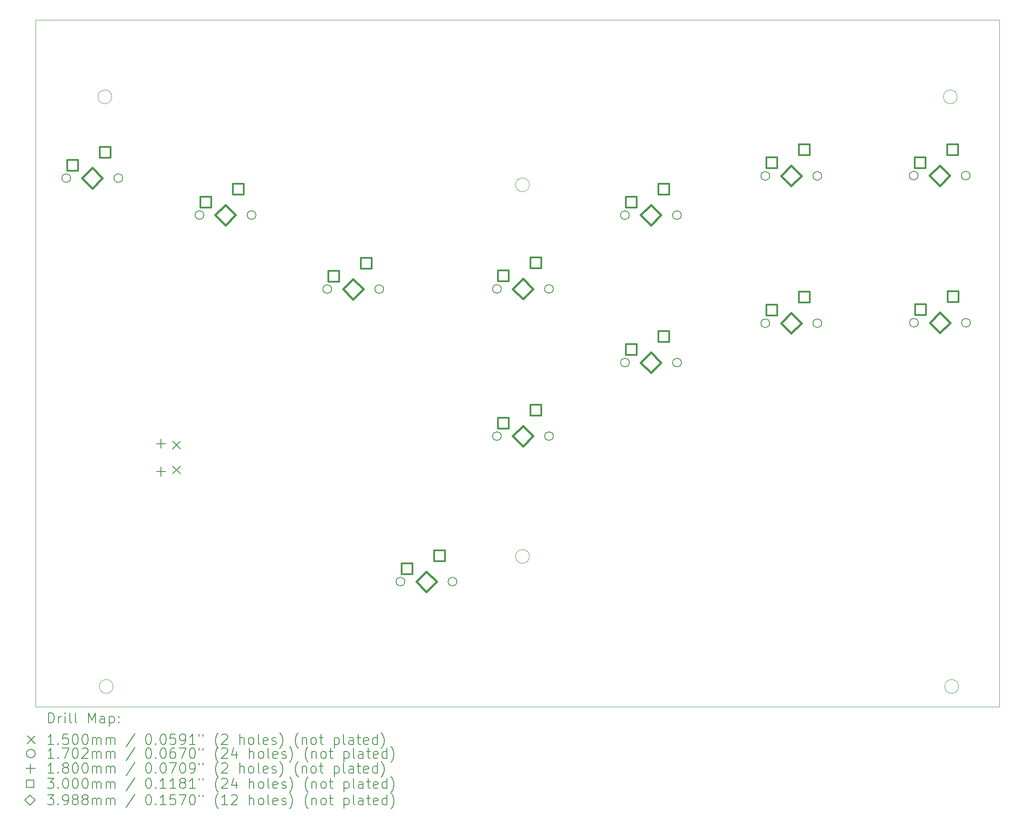
<source format=gbr>
%TF.GenerationSoftware,KiCad,Pcbnew,7.0.5*%
%TF.CreationDate,2023-08-06T18:29:24-05:00*%
%TF.ProjectId,Box,426f782e-6b69-4636-9164-5f7063625858,rev?*%
%TF.SameCoordinates,Original*%
%TF.FileFunction,Drillmap*%
%TF.FilePolarity,Positive*%
%FSLAX45Y45*%
G04 Gerber Fmt 4.5, Leading zero omitted, Abs format (unit mm)*
G04 Created by KiCad (PCBNEW 7.0.5) date 2023-08-06 18:29:24*
%MOMM*%
%LPD*%
G01*
G04 APERTURE LIST*
%ADD10C,0.100000*%
%ADD11C,0.200000*%
%ADD12C,0.150000*%
%ADD13C,0.170180*%
%ADD14C,0.180000*%
%ADD15C,0.300000*%
%ADD16C,0.398780*%
G04 APERTURE END LIST*
D10*
X6602000Y-4259000D02*
G75*
G03*
X6602000Y-4259000I-135000J0D01*
G01*
X23131000Y-15780000D02*
G75*
G03*
X23131000Y-15780000I-135000J0D01*
G01*
X23105000Y-4259000D02*
G75*
G03*
X23105000Y-4259000I-135000J0D01*
G01*
X14753000Y-13239000D02*
G75*
G03*
X14753000Y-13239000I-135000J0D01*
G01*
X6628000Y-15780000D02*
G75*
G03*
X6628000Y-15780000I-135000J0D01*
G01*
X14753000Y-5979000D02*
G75*
G03*
X14753000Y-5979000I-135000J0D01*
G01*
X5109000Y-2754000D02*
X23928000Y-2754000D01*
X23928000Y-16176000D01*
X5109000Y-16176000D01*
X5109000Y-2754000D01*
D11*
D12*
X7789000Y-10990500D02*
X7939000Y-11140500D01*
X7939000Y-10990500D02*
X7789000Y-11140500D01*
X7789000Y-11475500D02*
X7939000Y-11625500D01*
X7939000Y-11475500D02*
X7789000Y-11625500D01*
D13*
X5795890Y-5848000D02*
G75*
G03*
X5795890Y-5848000I-85090J0D01*
G01*
X6811890Y-5848000D02*
G75*
G03*
X6811890Y-5848000I-85090J0D01*
G01*
X8397090Y-6569000D02*
G75*
G03*
X8397090Y-6569000I-85090J0D01*
G01*
X9413090Y-6569000D02*
G75*
G03*
X9413090Y-6569000I-85090J0D01*
G01*
X10890090Y-8016000D02*
G75*
G03*
X10890090Y-8016000I-85090J0D01*
G01*
X11906090Y-8016000D02*
G75*
G03*
X11906090Y-8016000I-85090J0D01*
G01*
X12320090Y-13731000D02*
G75*
G03*
X12320090Y-13731000I-85090J0D01*
G01*
X13336090Y-13731000D02*
G75*
G03*
X13336090Y-13731000I-85090J0D01*
G01*
X14204090Y-8012000D02*
G75*
G03*
X14204090Y-8012000I-85090J0D01*
G01*
X14204090Y-10889000D02*
G75*
G03*
X14204090Y-10889000I-85090J0D01*
G01*
X15220090Y-8012000D02*
G75*
G03*
X15220090Y-8012000I-85090J0D01*
G01*
X15220090Y-10889000D02*
G75*
G03*
X15220090Y-10889000I-85090J0D01*
G01*
X16702090Y-6571000D02*
G75*
G03*
X16702090Y-6571000I-85090J0D01*
G01*
X16703090Y-9451000D02*
G75*
G03*
X16703090Y-9451000I-85090J0D01*
G01*
X17718090Y-6571000D02*
G75*
G03*
X17718090Y-6571000I-85090J0D01*
G01*
X17719090Y-9451000D02*
G75*
G03*
X17719090Y-9451000I-85090J0D01*
G01*
X19442090Y-5804000D02*
G75*
G03*
X19442090Y-5804000I-85090J0D01*
G01*
X19442090Y-8683000D02*
G75*
G03*
X19442090Y-8683000I-85090J0D01*
G01*
X20458090Y-5804000D02*
G75*
G03*
X20458090Y-5804000I-85090J0D01*
G01*
X20458090Y-8683000D02*
G75*
G03*
X20458090Y-8683000I-85090J0D01*
G01*
X22339590Y-5798000D02*
G75*
G03*
X22339590Y-5798000I-85090J0D01*
G01*
X22344590Y-8674000D02*
G75*
G03*
X22344590Y-8674000I-85090J0D01*
G01*
X23355590Y-5798000D02*
G75*
G03*
X23355590Y-5798000I-85090J0D01*
G01*
X23360590Y-8674000D02*
G75*
G03*
X23360590Y-8674000I-85090J0D01*
G01*
D14*
X7561000Y-10945500D02*
X7561000Y-11125500D01*
X7471000Y-11035500D02*
X7651000Y-11035500D01*
X7561000Y-11490500D02*
X7561000Y-11670500D01*
X7471000Y-11580500D02*
X7651000Y-11580500D01*
D15*
X5943867Y-5700067D02*
X5943867Y-5487933D01*
X5731733Y-5487933D01*
X5731733Y-5700067D01*
X5943867Y-5700067D01*
X6578867Y-5446067D02*
X6578867Y-5233933D01*
X6366733Y-5233933D01*
X6366733Y-5446067D01*
X6578867Y-5446067D01*
X8545067Y-6421067D02*
X8545067Y-6208933D01*
X8332933Y-6208933D01*
X8332933Y-6421067D01*
X8545067Y-6421067D01*
X9180067Y-6167067D02*
X9180067Y-5954933D01*
X8967933Y-5954933D01*
X8967933Y-6167067D01*
X9180067Y-6167067D01*
X11038067Y-7868067D02*
X11038067Y-7655933D01*
X10825933Y-7655933D01*
X10825933Y-7868067D01*
X11038067Y-7868067D01*
X11673067Y-7614067D02*
X11673067Y-7401933D01*
X11460933Y-7401933D01*
X11460933Y-7614067D01*
X11673067Y-7614067D01*
X12468067Y-13583067D02*
X12468067Y-13370933D01*
X12255933Y-13370933D01*
X12255933Y-13583067D01*
X12468067Y-13583067D01*
X13103067Y-13329067D02*
X13103067Y-13116933D01*
X12890933Y-13116933D01*
X12890933Y-13329067D01*
X13103067Y-13329067D01*
X14352067Y-7864067D02*
X14352067Y-7651933D01*
X14139933Y-7651933D01*
X14139933Y-7864067D01*
X14352067Y-7864067D01*
X14352067Y-10741067D02*
X14352067Y-10528933D01*
X14139933Y-10528933D01*
X14139933Y-10741067D01*
X14352067Y-10741067D01*
X14987067Y-7610067D02*
X14987067Y-7397933D01*
X14774933Y-7397933D01*
X14774933Y-7610067D01*
X14987067Y-7610067D01*
X14987067Y-10487067D02*
X14987067Y-10274933D01*
X14774933Y-10274933D01*
X14774933Y-10487067D01*
X14987067Y-10487067D01*
X16850067Y-6423067D02*
X16850067Y-6210933D01*
X16637933Y-6210933D01*
X16637933Y-6423067D01*
X16850067Y-6423067D01*
X16851067Y-9303067D02*
X16851067Y-9090933D01*
X16638933Y-9090933D01*
X16638933Y-9303067D01*
X16851067Y-9303067D01*
X17485067Y-6169067D02*
X17485067Y-5956933D01*
X17272933Y-5956933D01*
X17272933Y-6169067D01*
X17485067Y-6169067D01*
X17486067Y-9049067D02*
X17486067Y-8836933D01*
X17273933Y-8836933D01*
X17273933Y-9049067D01*
X17486067Y-9049067D01*
X19590067Y-5656067D02*
X19590067Y-5443933D01*
X19377933Y-5443933D01*
X19377933Y-5656067D01*
X19590067Y-5656067D01*
X19590067Y-8535067D02*
X19590067Y-8322933D01*
X19377933Y-8322933D01*
X19377933Y-8535067D01*
X19590067Y-8535067D01*
X20225067Y-5402067D02*
X20225067Y-5189933D01*
X20012933Y-5189933D01*
X20012933Y-5402067D01*
X20225067Y-5402067D01*
X20225067Y-8281067D02*
X20225067Y-8068933D01*
X20012933Y-8068933D01*
X20012933Y-8281067D01*
X20225067Y-8281067D01*
X22487567Y-5650067D02*
X22487567Y-5437933D01*
X22275433Y-5437933D01*
X22275433Y-5650067D01*
X22487567Y-5650067D01*
X22492567Y-8526067D02*
X22492567Y-8313933D01*
X22280433Y-8313933D01*
X22280433Y-8526067D01*
X22492567Y-8526067D01*
X23122567Y-5396067D02*
X23122567Y-5183933D01*
X22910433Y-5183933D01*
X22910433Y-5396067D01*
X23122567Y-5396067D01*
X23127567Y-8272067D02*
X23127567Y-8059933D01*
X22915433Y-8059933D01*
X22915433Y-8272067D01*
X23127567Y-8272067D01*
D16*
X6218800Y-6047390D02*
X6418190Y-5848000D01*
X6218800Y-5648610D01*
X6019410Y-5848000D01*
X6218800Y-6047390D01*
X8820000Y-6768390D02*
X9019390Y-6569000D01*
X8820000Y-6369610D01*
X8620610Y-6569000D01*
X8820000Y-6768390D01*
X11313000Y-8215390D02*
X11512390Y-8016000D01*
X11313000Y-7816610D01*
X11113610Y-8016000D01*
X11313000Y-8215390D01*
X12743000Y-13930390D02*
X12942390Y-13731000D01*
X12743000Y-13531610D01*
X12543610Y-13731000D01*
X12743000Y-13930390D01*
X14627000Y-8211390D02*
X14826390Y-8012000D01*
X14627000Y-7812610D01*
X14427610Y-8012000D01*
X14627000Y-8211390D01*
X14627000Y-11088390D02*
X14826390Y-10889000D01*
X14627000Y-10689610D01*
X14427610Y-10889000D01*
X14627000Y-11088390D01*
X17125000Y-6770390D02*
X17324390Y-6571000D01*
X17125000Y-6371610D01*
X16925610Y-6571000D01*
X17125000Y-6770390D01*
X17126000Y-9650390D02*
X17325390Y-9451000D01*
X17126000Y-9251610D01*
X16926610Y-9451000D01*
X17126000Y-9650390D01*
X19865000Y-6003390D02*
X20064390Y-5804000D01*
X19865000Y-5604610D01*
X19665610Y-5804000D01*
X19865000Y-6003390D01*
X19865000Y-8882390D02*
X20064390Y-8683000D01*
X19865000Y-8483610D01*
X19665610Y-8683000D01*
X19865000Y-8882390D01*
X22762500Y-5997390D02*
X22961890Y-5798000D01*
X22762500Y-5598610D01*
X22563110Y-5798000D01*
X22762500Y-5997390D01*
X22767500Y-8873390D02*
X22966890Y-8674000D01*
X22767500Y-8474610D01*
X22568110Y-8674000D01*
X22767500Y-8873390D01*
D11*
X5364777Y-16492484D02*
X5364777Y-16292484D01*
X5364777Y-16292484D02*
X5412396Y-16292484D01*
X5412396Y-16292484D02*
X5440967Y-16302008D01*
X5440967Y-16302008D02*
X5460015Y-16321055D01*
X5460015Y-16321055D02*
X5469539Y-16340103D01*
X5469539Y-16340103D02*
X5479063Y-16378198D01*
X5479063Y-16378198D02*
X5479063Y-16406769D01*
X5479063Y-16406769D02*
X5469539Y-16444865D01*
X5469539Y-16444865D02*
X5460015Y-16463912D01*
X5460015Y-16463912D02*
X5440967Y-16482960D01*
X5440967Y-16482960D02*
X5412396Y-16492484D01*
X5412396Y-16492484D02*
X5364777Y-16492484D01*
X5564777Y-16492484D02*
X5564777Y-16359150D01*
X5564777Y-16397246D02*
X5574301Y-16378198D01*
X5574301Y-16378198D02*
X5583824Y-16368674D01*
X5583824Y-16368674D02*
X5602872Y-16359150D01*
X5602872Y-16359150D02*
X5621920Y-16359150D01*
X5688586Y-16492484D02*
X5688586Y-16359150D01*
X5688586Y-16292484D02*
X5679062Y-16302008D01*
X5679062Y-16302008D02*
X5688586Y-16311531D01*
X5688586Y-16311531D02*
X5698110Y-16302008D01*
X5698110Y-16302008D02*
X5688586Y-16292484D01*
X5688586Y-16292484D02*
X5688586Y-16311531D01*
X5812396Y-16492484D02*
X5793348Y-16482960D01*
X5793348Y-16482960D02*
X5783824Y-16463912D01*
X5783824Y-16463912D02*
X5783824Y-16292484D01*
X5917158Y-16492484D02*
X5898110Y-16482960D01*
X5898110Y-16482960D02*
X5888586Y-16463912D01*
X5888586Y-16463912D02*
X5888586Y-16292484D01*
X6145729Y-16492484D02*
X6145729Y-16292484D01*
X6145729Y-16292484D02*
X6212396Y-16435341D01*
X6212396Y-16435341D02*
X6279062Y-16292484D01*
X6279062Y-16292484D02*
X6279062Y-16492484D01*
X6460015Y-16492484D02*
X6460015Y-16387722D01*
X6460015Y-16387722D02*
X6450491Y-16368674D01*
X6450491Y-16368674D02*
X6431443Y-16359150D01*
X6431443Y-16359150D02*
X6393348Y-16359150D01*
X6393348Y-16359150D02*
X6374301Y-16368674D01*
X6460015Y-16482960D02*
X6440967Y-16492484D01*
X6440967Y-16492484D02*
X6393348Y-16492484D01*
X6393348Y-16492484D02*
X6374301Y-16482960D01*
X6374301Y-16482960D02*
X6364777Y-16463912D01*
X6364777Y-16463912D02*
X6364777Y-16444865D01*
X6364777Y-16444865D02*
X6374301Y-16425817D01*
X6374301Y-16425817D02*
X6393348Y-16416293D01*
X6393348Y-16416293D02*
X6440967Y-16416293D01*
X6440967Y-16416293D02*
X6460015Y-16406769D01*
X6555253Y-16359150D02*
X6555253Y-16559150D01*
X6555253Y-16368674D02*
X6574301Y-16359150D01*
X6574301Y-16359150D02*
X6612396Y-16359150D01*
X6612396Y-16359150D02*
X6631443Y-16368674D01*
X6631443Y-16368674D02*
X6640967Y-16378198D01*
X6640967Y-16378198D02*
X6650491Y-16397246D01*
X6650491Y-16397246D02*
X6650491Y-16454388D01*
X6650491Y-16454388D02*
X6640967Y-16473436D01*
X6640967Y-16473436D02*
X6631443Y-16482960D01*
X6631443Y-16482960D02*
X6612396Y-16492484D01*
X6612396Y-16492484D02*
X6574301Y-16492484D01*
X6574301Y-16492484D02*
X6555253Y-16482960D01*
X6736205Y-16473436D02*
X6745729Y-16482960D01*
X6745729Y-16482960D02*
X6736205Y-16492484D01*
X6736205Y-16492484D02*
X6726682Y-16482960D01*
X6726682Y-16482960D02*
X6736205Y-16473436D01*
X6736205Y-16473436D02*
X6736205Y-16492484D01*
X6736205Y-16368674D02*
X6745729Y-16378198D01*
X6745729Y-16378198D02*
X6736205Y-16387722D01*
X6736205Y-16387722D02*
X6726682Y-16378198D01*
X6726682Y-16378198D02*
X6736205Y-16368674D01*
X6736205Y-16368674D02*
X6736205Y-16387722D01*
D12*
X4954000Y-16746000D02*
X5104000Y-16896000D01*
X5104000Y-16746000D02*
X4954000Y-16896000D01*
D11*
X5469539Y-16912484D02*
X5355253Y-16912484D01*
X5412396Y-16912484D02*
X5412396Y-16712484D01*
X5412396Y-16712484D02*
X5393348Y-16741055D01*
X5393348Y-16741055D02*
X5374301Y-16760103D01*
X5374301Y-16760103D02*
X5355253Y-16769627D01*
X5555253Y-16893436D02*
X5564777Y-16902960D01*
X5564777Y-16902960D02*
X5555253Y-16912484D01*
X5555253Y-16912484D02*
X5545729Y-16902960D01*
X5545729Y-16902960D02*
X5555253Y-16893436D01*
X5555253Y-16893436D02*
X5555253Y-16912484D01*
X5745729Y-16712484D02*
X5650491Y-16712484D01*
X5650491Y-16712484D02*
X5640967Y-16807722D01*
X5640967Y-16807722D02*
X5650491Y-16798198D01*
X5650491Y-16798198D02*
X5669539Y-16788674D01*
X5669539Y-16788674D02*
X5717158Y-16788674D01*
X5717158Y-16788674D02*
X5736205Y-16798198D01*
X5736205Y-16798198D02*
X5745729Y-16807722D01*
X5745729Y-16807722D02*
X5755253Y-16826770D01*
X5755253Y-16826770D02*
X5755253Y-16874389D01*
X5755253Y-16874389D02*
X5745729Y-16893436D01*
X5745729Y-16893436D02*
X5736205Y-16902960D01*
X5736205Y-16902960D02*
X5717158Y-16912484D01*
X5717158Y-16912484D02*
X5669539Y-16912484D01*
X5669539Y-16912484D02*
X5650491Y-16902960D01*
X5650491Y-16902960D02*
X5640967Y-16893436D01*
X5879062Y-16712484D02*
X5898110Y-16712484D01*
X5898110Y-16712484D02*
X5917158Y-16722008D01*
X5917158Y-16722008D02*
X5926682Y-16731531D01*
X5926682Y-16731531D02*
X5936205Y-16750579D01*
X5936205Y-16750579D02*
X5945729Y-16788674D01*
X5945729Y-16788674D02*
X5945729Y-16836293D01*
X5945729Y-16836293D02*
X5936205Y-16874389D01*
X5936205Y-16874389D02*
X5926682Y-16893436D01*
X5926682Y-16893436D02*
X5917158Y-16902960D01*
X5917158Y-16902960D02*
X5898110Y-16912484D01*
X5898110Y-16912484D02*
X5879062Y-16912484D01*
X5879062Y-16912484D02*
X5860015Y-16902960D01*
X5860015Y-16902960D02*
X5850491Y-16893436D01*
X5850491Y-16893436D02*
X5840967Y-16874389D01*
X5840967Y-16874389D02*
X5831443Y-16836293D01*
X5831443Y-16836293D02*
X5831443Y-16788674D01*
X5831443Y-16788674D02*
X5840967Y-16750579D01*
X5840967Y-16750579D02*
X5850491Y-16731531D01*
X5850491Y-16731531D02*
X5860015Y-16722008D01*
X5860015Y-16722008D02*
X5879062Y-16712484D01*
X6069539Y-16712484D02*
X6088586Y-16712484D01*
X6088586Y-16712484D02*
X6107634Y-16722008D01*
X6107634Y-16722008D02*
X6117158Y-16731531D01*
X6117158Y-16731531D02*
X6126682Y-16750579D01*
X6126682Y-16750579D02*
X6136205Y-16788674D01*
X6136205Y-16788674D02*
X6136205Y-16836293D01*
X6136205Y-16836293D02*
X6126682Y-16874389D01*
X6126682Y-16874389D02*
X6117158Y-16893436D01*
X6117158Y-16893436D02*
X6107634Y-16902960D01*
X6107634Y-16902960D02*
X6088586Y-16912484D01*
X6088586Y-16912484D02*
X6069539Y-16912484D01*
X6069539Y-16912484D02*
X6050491Y-16902960D01*
X6050491Y-16902960D02*
X6040967Y-16893436D01*
X6040967Y-16893436D02*
X6031443Y-16874389D01*
X6031443Y-16874389D02*
X6021920Y-16836293D01*
X6021920Y-16836293D02*
X6021920Y-16788674D01*
X6021920Y-16788674D02*
X6031443Y-16750579D01*
X6031443Y-16750579D02*
X6040967Y-16731531D01*
X6040967Y-16731531D02*
X6050491Y-16722008D01*
X6050491Y-16722008D02*
X6069539Y-16712484D01*
X6221920Y-16912484D02*
X6221920Y-16779150D01*
X6221920Y-16798198D02*
X6231443Y-16788674D01*
X6231443Y-16788674D02*
X6250491Y-16779150D01*
X6250491Y-16779150D02*
X6279063Y-16779150D01*
X6279063Y-16779150D02*
X6298110Y-16788674D01*
X6298110Y-16788674D02*
X6307634Y-16807722D01*
X6307634Y-16807722D02*
X6307634Y-16912484D01*
X6307634Y-16807722D02*
X6317158Y-16788674D01*
X6317158Y-16788674D02*
X6336205Y-16779150D01*
X6336205Y-16779150D02*
X6364777Y-16779150D01*
X6364777Y-16779150D02*
X6383824Y-16788674D01*
X6383824Y-16788674D02*
X6393348Y-16807722D01*
X6393348Y-16807722D02*
X6393348Y-16912484D01*
X6488586Y-16912484D02*
X6488586Y-16779150D01*
X6488586Y-16798198D02*
X6498110Y-16788674D01*
X6498110Y-16788674D02*
X6517158Y-16779150D01*
X6517158Y-16779150D02*
X6545729Y-16779150D01*
X6545729Y-16779150D02*
X6564777Y-16788674D01*
X6564777Y-16788674D02*
X6574301Y-16807722D01*
X6574301Y-16807722D02*
X6574301Y-16912484D01*
X6574301Y-16807722D02*
X6583824Y-16788674D01*
X6583824Y-16788674D02*
X6602872Y-16779150D01*
X6602872Y-16779150D02*
X6631443Y-16779150D01*
X6631443Y-16779150D02*
X6650491Y-16788674D01*
X6650491Y-16788674D02*
X6660015Y-16807722D01*
X6660015Y-16807722D02*
X6660015Y-16912484D01*
X7050491Y-16702960D02*
X6879063Y-16960103D01*
X7307634Y-16712484D02*
X7326682Y-16712484D01*
X7326682Y-16712484D02*
X7345729Y-16722008D01*
X7345729Y-16722008D02*
X7355253Y-16731531D01*
X7355253Y-16731531D02*
X7364777Y-16750579D01*
X7364777Y-16750579D02*
X7374301Y-16788674D01*
X7374301Y-16788674D02*
X7374301Y-16836293D01*
X7374301Y-16836293D02*
X7364777Y-16874389D01*
X7364777Y-16874389D02*
X7355253Y-16893436D01*
X7355253Y-16893436D02*
X7345729Y-16902960D01*
X7345729Y-16902960D02*
X7326682Y-16912484D01*
X7326682Y-16912484D02*
X7307634Y-16912484D01*
X7307634Y-16912484D02*
X7288586Y-16902960D01*
X7288586Y-16902960D02*
X7279063Y-16893436D01*
X7279063Y-16893436D02*
X7269539Y-16874389D01*
X7269539Y-16874389D02*
X7260015Y-16836293D01*
X7260015Y-16836293D02*
X7260015Y-16788674D01*
X7260015Y-16788674D02*
X7269539Y-16750579D01*
X7269539Y-16750579D02*
X7279063Y-16731531D01*
X7279063Y-16731531D02*
X7288586Y-16722008D01*
X7288586Y-16722008D02*
X7307634Y-16712484D01*
X7460015Y-16893436D02*
X7469539Y-16902960D01*
X7469539Y-16902960D02*
X7460015Y-16912484D01*
X7460015Y-16912484D02*
X7450491Y-16902960D01*
X7450491Y-16902960D02*
X7460015Y-16893436D01*
X7460015Y-16893436D02*
X7460015Y-16912484D01*
X7593348Y-16712484D02*
X7612396Y-16712484D01*
X7612396Y-16712484D02*
X7631444Y-16722008D01*
X7631444Y-16722008D02*
X7640967Y-16731531D01*
X7640967Y-16731531D02*
X7650491Y-16750579D01*
X7650491Y-16750579D02*
X7660015Y-16788674D01*
X7660015Y-16788674D02*
X7660015Y-16836293D01*
X7660015Y-16836293D02*
X7650491Y-16874389D01*
X7650491Y-16874389D02*
X7640967Y-16893436D01*
X7640967Y-16893436D02*
X7631444Y-16902960D01*
X7631444Y-16902960D02*
X7612396Y-16912484D01*
X7612396Y-16912484D02*
X7593348Y-16912484D01*
X7593348Y-16912484D02*
X7574301Y-16902960D01*
X7574301Y-16902960D02*
X7564777Y-16893436D01*
X7564777Y-16893436D02*
X7555253Y-16874389D01*
X7555253Y-16874389D02*
X7545729Y-16836293D01*
X7545729Y-16836293D02*
X7545729Y-16788674D01*
X7545729Y-16788674D02*
X7555253Y-16750579D01*
X7555253Y-16750579D02*
X7564777Y-16731531D01*
X7564777Y-16731531D02*
X7574301Y-16722008D01*
X7574301Y-16722008D02*
X7593348Y-16712484D01*
X7840967Y-16712484D02*
X7745729Y-16712484D01*
X7745729Y-16712484D02*
X7736206Y-16807722D01*
X7736206Y-16807722D02*
X7745729Y-16798198D01*
X7745729Y-16798198D02*
X7764777Y-16788674D01*
X7764777Y-16788674D02*
X7812396Y-16788674D01*
X7812396Y-16788674D02*
X7831444Y-16798198D01*
X7831444Y-16798198D02*
X7840967Y-16807722D01*
X7840967Y-16807722D02*
X7850491Y-16826770D01*
X7850491Y-16826770D02*
X7850491Y-16874389D01*
X7850491Y-16874389D02*
X7840967Y-16893436D01*
X7840967Y-16893436D02*
X7831444Y-16902960D01*
X7831444Y-16902960D02*
X7812396Y-16912484D01*
X7812396Y-16912484D02*
X7764777Y-16912484D01*
X7764777Y-16912484D02*
X7745729Y-16902960D01*
X7745729Y-16902960D02*
X7736206Y-16893436D01*
X7945729Y-16912484D02*
X7983825Y-16912484D01*
X7983825Y-16912484D02*
X8002872Y-16902960D01*
X8002872Y-16902960D02*
X8012396Y-16893436D01*
X8012396Y-16893436D02*
X8031444Y-16864865D01*
X8031444Y-16864865D02*
X8040967Y-16826770D01*
X8040967Y-16826770D02*
X8040967Y-16750579D01*
X8040967Y-16750579D02*
X8031444Y-16731531D01*
X8031444Y-16731531D02*
X8021920Y-16722008D01*
X8021920Y-16722008D02*
X8002872Y-16712484D01*
X8002872Y-16712484D02*
X7964777Y-16712484D01*
X7964777Y-16712484D02*
X7945729Y-16722008D01*
X7945729Y-16722008D02*
X7936206Y-16731531D01*
X7936206Y-16731531D02*
X7926682Y-16750579D01*
X7926682Y-16750579D02*
X7926682Y-16798198D01*
X7926682Y-16798198D02*
X7936206Y-16817246D01*
X7936206Y-16817246D02*
X7945729Y-16826770D01*
X7945729Y-16826770D02*
X7964777Y-16836293D01*
X7964777Y-16836293D02*
X8002872Y-16836293D01*
X8002872Y-16836293D02*
X8021920Y-16826770D01*
X8021920Y-16826770D02*
X8031444Y-16817246D01*
X8031444Y-16817246D02*
X8040967Y-16798198D01*
X8231444Y-16912484D02*
X8117158Y-16912484D01*
X8174301Y-16912484D02*
X8174301Y-16712484D01*
X8174301Y-16712484D02*
X8155253Y-16741055D01*
X8155253Y-16741055D02*
X8136206Y-16760103D01*
X8136206Y-16760103D02*
X8117158Y-16769627D01*
X8307634Y-16712484D02*
X8307634Y-16750579D01*
X8383825Y-16712484D02*
X8383825Y-16750579D01*
X8679063Y-16988674D02*
X8669539Y-16979150D01*
X8669539Y-16979150D02*
X8650491Y-16950579D01*
X8650491Y-16950579D02*
X8640968Y-16931531D01*
X8640968Y-16931531D02*
X8631444Y-16902960D01*
X8631444Y-16902960D02*
X8621920Y-16855341D01*
X8621920Y-16855341D02*
X8621920Y-16817246D01*
X8621920Y-16817246D02*
X8631444Y-16769627D01*
X8631444Y-16769627D02*
X8640968Y-16741055D01*
X8640968Y-16741055D02*
X8650491Y-16722008D01*
X8650491Y-16722008D02*
X8669539Y-16693436D01*
X8669539Y-16693436D02*
X8679063Y-16683912D01*
X8745730Y-16731531D02*
X8755253Y-16722008D01*
X8755253Y-16722008D02*
X8774301Y-16712484D01*
X8774301Y-16712484D02*
X8821920Y-16712484D01*
X8821920Y-16712484D02*
X8840968Y-16722008D01*
X8840968Y-16722008D02*
X8850491Y-16731531D01*
X8850491Y-16731531D02*
X8860015Y-16750579D01*
X8860015Y-16750579D02*
X8860015Y-16769627D01*
X8860015Y-16769627D02*
X8850491Y-16798198D01*
X8850491Y-16798198D02*
X8736206Y-16912484D01*
X8736206Y-16912484D02*
X8860015Y-16912484D01*
X9098111Y-16912484D02*
X9098111Y-16712484D01*
X9183825Y-16912484D02*
X9183825Y-16807722D01*
X9183825Y-16807722D02*
X9174301Y-16788674D01*
X9174301Y-16788674D02*
X9155253Y-16779150D01*
X9155253Y-16779150D02*
X9126682Y-16779150D01*
X9126682Y-16779150D02*
X9107634Y-16788674D01*
X9107634Y-16788674D02*
X9098111Y-16798198D01*
X9307634Y-16912484D02*
X9288587Y-16902960D01*
X9288587Y-16902960D02*
X9279063Y-16893436D01*
X9279063Y-16893436D02*
X9269539Y-16874389D01*
X9269539Y-16874389D02*
X9269539Y-16817246D01*
X9269539Y-16817246D02*
X9279063Y-16798198D01*
X9279063Y-16798198D02*
X9288587Y-16788674D01*
X9288587Y-16788674D02*
X9307634Y-16779150D01*
X9307634Y-16779150D02*
X9336206Y-16779150D01*
X9336206Y-16779150D02*
X9355253Y-16788674D01*
X9355253Y-16788674D02*
X9364777Y-16798198D01*
X9364777Y-16798198D02*
X9374301Y-16817246D01*
X9374301Y-16817246D02*
X9374301Y-16874389D01*
X9374301Y-16874389D02*
X9364777Y-16893436D01*
X9364777Y-16893436D02*
X9355253Y-16902960D01*
X9355253Y-16902960D02*
X9336206Y-16912484D01*
X9336206Y-16912484D02*
X9307634Y-16912484D01*
X9488587Y-16912484D02*
X9469539Y-16902960D01*
X9469539Y-16902960D02*
X9460015Y-16883912D01*
X9460015Y-16883912D02*
X9460015Y-16712484D01*
X9640968Y-16902960D02*
X9621920Y-16912484D01*
X9621920Y-16912484D02*
X9583825Y-16912484D01*
X9583825Y-16912484D02*
X9564777Y-16902960D01*
X9564777Y-16902960D02*
X9555253Y-16883912D01*
X9555253Y-16883912D02*
X9555253Y-16807722D01*
X9555253Y-16807722D02*
X9564777Y-16788674D01*
X9564777Y-16788674D02*
X9583825Y-16779150D01*
X9583825Y-16779150D02*
X9621920Y-16779150D01*
X9621920Y-16779150D02*
X9640968Y-16788674D01*
X9640968Y-16788674D02*
X9650492Y-16807722D01*
X9650492Y-16807722D02*
X9650492Y-16826770D01*
X9650492Y-16826770D02*
X9555253Y-16845817D01*
X9726682Y-16902960D02*
X9745730Y-16912484D01*
X9745730Y-16912484D02*
X9783825Y-16912484D01*
X9783825Y-16912484D02*
X9802873Y-16902960D01*
X9802873Y-16902960D02*
X9812396Y-16883912D01*
X9812396Y-16883912D02*
X9812396Y-16874389D01*
X9812396Y-16874389D02*
X9802873Y-16855341D01*
X9802873Y-16855341D02*
X9783825Y-16845817D01*
X9783825Y-16845817D02*
X9755253Y-16845817D01*
X9755253Y-16845817D02*
X9736206Y-16836293D01*
X9736206Y-16836293D02*
X9726682Y-16817246D01*
X9726682Y-16817246D02*
X9726682Y-16807722D01*
X9726682Y-16807722D02*
X9736206Y-16788674D01*
X9736206Y-16788674D02*
X9755253Y-16779150D01*
X9755253Y-16779150D02*
X9783825Y-16779150D01*
X9783825Y-16779150D02*
X9802873Y-16788674D01*
X9879063Y-16988674D02*
X9888587Y-16979150D01*
X9888587Y-16979150D02*
X9907634Y-16950579D01*
X9907634Y-16950579D02*
X9917158Y-16931531D01*
X9917158Y-16931531D02*
X9926682Y-16902960D01*
X9926682Y-16902960D02*
X9936206Y-16855341D01*
X9936206Y-16855341D02*
X9936206Y-16817246D01*
X9936206Y-16817246D02*
X9926682Y-16769627D01*
X9926682Y-16769627D02*
X9917158Y-16741055D01*
X9917158Y-16741055D02*
X9907634Y-16722008D01*
X9907634Y-16722008D02*
X9888587Y-16693436D01*
X9888587Y-16693436D02*
X9879063Y-16683912D01*
X10240968Y-16988674D02*
X10231444Y-16979150D01*
X10231444Y-16979150D02*
X10212396Y-16950579D01*
X10212396Y-16950579D02*
X10202873Y-16931531D01*
X10202873Y-16931531D02*
X10193349Y-16902960D01*
X10193349Y-16902960D02*
X10183825Y-16855341D01*
X10183825Y-16855341D02*
X10183825Y-16817246D01*
X10183825Y-16817246D02*
X10193349Y-16769627D01*
X10193349Y-16769627D02*
X10202873Y-16741055D01*
X10202873Y-16741055D02*
X10212396Y-16722008D01*
X10212396Y-16722008D02*
X10231444Y-16693436D01*
X10231444Y-16693436D02*
X10240968Y-16683912D01*
X10317158Y-16779150D02*
X10317158Y-16912484D01*
X10317158Y-16798198D02*
X10326682Y-16788674D01*
X10326682Y-16788674D02*
X10345730Y-16779150D01*
X10345730Y-16779150D02*
X10374301Y-16779150D01*
X10374301Y-16779150D02*
X10393349Y-16788674D01*
X10393349Y-16788674D02*
X10402873Y-16807722D01*
X10402873Y-16807722D02*
X10402873Y-16912484D01*
X10526682Y-16912484D02*
X10507634Y-16902960D01*
X10507634Y-16902960D02*
X10498111Y-16893436D01*
X10498111Y-16893436D02*
X10488587Y-16874389D01*
X10488587Y-16874389D02*
X10488587Y-16817246D01*
X10488587Y-16817246D02*
X10498111Y-16798198D01*
X10498111Y-16798198D02*
X10507634Y-16788674D01*
X10507634Y-16788674D02*
X10526682Y-16779150D01*
X10526682Y-16779150D02*
X10555254Y-16779150D01*
X10555254Y-16779150D02*
X10574301Y-16788674D01*
X10574301Y-16788674D02*
X10583825Y-16798198D01*
X10583825Y-16798198D02*
X10593349Y-16817246D01*
X10593349Y-16817246D02*
X10593349Y-16874389D01*
X10593349Y-16874389D02*
X10583825Y-16893436D01*
X10583825Y-16893436D02*
X10574301Y-16902960D01*
X10574301Y-16902960D02*
X10555254Y-16912484D01*
X10555254Y-16912484D02*
X10526682Y-16912484D01*
X10650492Y-16779150D02*
X10726682Y-16779150D01*
X10679063Y-16712484D02*
X10679063Y-16883912D01*
X10679063Y-16883912D02*
X10688587Y-16902960D01*
X10688587Y-16902960D02*
X10707634Y-16912484D01*
X10707634Y-16912484D02*
X10726682Y-16912484D01*
X10945730Y-16779150D02*
X10945730Y-16979150D01*
X10945730Y-16788674D02*
X10964777Y-16779150D01*
X10964777Y-16779150D02*
X11002873Y-16779150D01*
X11002873Y-16779150D02*
X11021920Y-16788674D01*
X11021920Y-16788674D02*
X11031444Y-16798198D01*
X11031444Y-16798198D02*
X11040968Y-16817246D01*
X11040968Y-16817246D02*
X11040968Y-16874389D01*
X11040968Y-16874389D02*
X11031444Y-16893436D01*
X11031444Y-16893436D02*
X11021920Y-16902960D01*
X11021920Y-16902960D02*
X11002873Y-16912484D01*
X11002873Y-16912484D02*
X10964777Y-16912484D01*
X10964777Y-16912484D02*
X10945730Y-16902960D01*
X11155254Y-16912484D02*
X11136206Y-16902960D01*
X11136206Y-16902960D02*
X11126682Y-16883912D01*
X11126682Y-16883912D02*
X11126682Y-16712484D01*
X11317158Y-16912484D02*
X11317158Y-16807722D01*
X11317158Y-16807722D02*
X11307634Y-16788674D01*
X11307634Y-16788674D02*
X11288587Y-16779150D01*
X11288587Y-16779150D02*
X11250492Y-16779150D01*
X11250492Y-16779150D02*
X11231444Y-16788674D01*
X11317158Y-16902960D02*
X11298111Y-16912484D01*
X11298111Y-16912484D02*
X11250492Y-16912484D01*
X11250492Y-16912484D02*
X11231444Y-16902960D01*
X11231444Y-16902960D02*
X11221920Y-16883912D01*
X11221920Y-16883912D02*
X11221920Y-16864865D01*
X11221920Y-16864865D02*
X11231444Y-16845817D01*
X11231444Y-16845817D02*
X11250492Y-16836293D01*
X11250492Y-16836293D02*
X11298111Y-16836293D01*
X11298111Y-16836293D02*
X11317158Y-16826770D01*
X11383825Y-16779150D02*
X11460015Y-16779150D01*
X11412396Y-16712484D02*
X11412396Y-16883912D01*
X11412396Y-16883912D02*
X11421920Y-16902960D01*
X11421920Y-16902960D02*
X11440968Y-16912484D01*
X11440968Y-16912484D02*
X11460015Y-16912484D01*
X11602873Y-16902960D02*
X11583825Y-16912484D01*
X11583825Y-16912484D02*
X11545730Y-16912484D01*
X11545730Y-16912484D02*
X11526682Y-16902960D01*
X11526682Y-16902960D02*
X11517158Y-16883912D01*
X11517158Y-16883912D02*
X11517158Y-16807722D01*
X11517158Y-16807722D02*
X11526682Y-16788674D01*
X11526682Y-16788674D02*
X11545730Y-16779150D01*
X11545730Y-16779150D02*
X11583825Y-16779150D01*
X11583825Y-16779150D02*
X11602873Y-16788674D01*
X11602873Y-16788674D02*
X11612396Y-16807722D01*
X11612396Y-16807722D02*
X11612396Y-16826770D01*
X11612396Y-16826770D02*
X11517158Y-16845817D01*
X11783825Y-16912484D02*
X11783825Y-16712484D01*
X11783825Y-16902960D02*
X11764777Y-16912484D01*
X11764777Y-16912484D02*
X11726682Y-16912484D01*
X11726682Y-16912484D02*
X11707634Y-16902960D01*
X11707634Y-16902960D02*
X11698111Y-16893436D01*
X11698111Y-16893436D02*
X11688587Y-16874389D01*
X11688587Y-16874389D02*
X11688587Y-16817246D01*
X11688587Y-16817246D02*
X11698111Y-16798198D01*
X11698111Y-16798198D02*
X11707634Y-16788674D01*
X11707634Y-16788674D02*
X11726682Y-16779150D01*
X11726682Y-16779150D02*
X11764777Y-16779150D01*
X11764777Y-16779150D02*
X11783825Y-16788674D01*
X11860015Y-16988674D02*
X11869539Y-16979150D01*
X11869539Y-16979150D02*
X11888587Y-16950579D01*
X11888587Y-16950579D02*
X11898111Y-16931531D01*
X11898111Y-16931531D02*
X11907634Y-16902960D01*
X11907634Y-16902960D02*
X11917158Y-16855341D01*
X11917158Y-16855341D02*
X11917158Y-16817246D01*
X11917158Y-16817246D02*
X11907634Y-16769627D01*
X11907634Y-16769627D02*
X11898111Y-16741055D01*
X11898111Y-16741055D02*
X11888587Y-16722008D01*
X11888587Y-16722008D02*
X11869539Y-16693436D01*
X11869539Y-16693436D02*
X11860015Y-16683912D01*
D13*
X5104000Y-17091000D02*
G75*
G03*
X5104000Y-17091000I-85090J0D01*
G01*
D11*
X5469539Y-17182484D02*
X5355253Y-17182484D01*
X5412396Y-17182484D02*
X5412396Y-16982484D01*
X5412396Y-16982484D02*
X5393348Y-17011055D01*
X5393348Y-17011055D02*
X5374301Y-17030103D01*
X5374301Y-17030103D02*
X5355253Y-17039627D01*
X5555253Y-17163436D02*
X5564777Y-17172960D01*
X5564777Y-17172960D02*
X5555253Y-17182484D01*
X5555253Y-17182484D02*
X5545729Y-17172960D01*
X5545729Y-17172960D02*
X5555253Y-17163436D01*
X5555253Y-17163436D02*
X5555253Y-17182484D01*
X5631443Y-16982484D02*
X5764777Y-16982484D01*
X5764777Y-16982484D02*
X5679062Y-17182484D01*
X5879062Y-16982484D02*
X5898110Y-16982484D01*
X5898110Y-16982484D02*
X5917158Y-16992008D01*
X5917158Y-16992008D02*
X5926682Y-17001531D01*
X5926682Y-17001531D02*
X5936205Y-17020579D01*
X5936205Y-17020579D02*
X5945729Y-17058674D01*
X5945729Y-17058674D02*
X5945729Y-17106293D01*
X5945729Y-17106293D02*
X5936205Y-17144389D01*
X5936205Y-17144389D02*
X5926682Y-17163436D01*
X5926682Y-17163436D02*
X5917158Y-17172960D01*
X5917158Y-17172960D02*
X5898110Y-17182484D01*
X5898110Y-17182484D02*
X5879062Y-17182484D01*
X5879062Y-17182484D02*
X5860015Y-17172960D01*
X5860015Y-17172960D02*
X5850491Y-17163436D01*
X5850491Y-17163436D02*
X5840967Y-17144389D01*
X5840967Y-17144389D02*
X5831443Y-17106293D01*
X5831443Y-17106293D02*
X5831443Y-17058674D01*
X5831443Y-17058674D02*
X5840967Y-17020579D01*
X5840967Y-17020579D02*
X5850491Y-17001531D01*
X5850491Y-17001531D02*
X5860015Y-16992008D01*
X5860015Y-16992008D02*
X5879062Y-16982484D01*
X6021920Y-17001531D02*
X6031443Y-16992008D01*
X6031443Y-16992008D02*
X6050491Y-16982484D01*
X6050491Y-16982484D02*
X6098110Y-16982484D01*
X6098110Y-16982484D02*
X6117158Y-16992008D01*
X6117158Y-16992008D02*
X6126682Y-17001531D01*
X6126682Y-17001531D02*
X6136205Y-17020579D01*
X6136205Y-17020579D02*
X6136205Y-17039627D01*
X6136205Y-17039627D02*
X6126682Y-17068198D01*
X6126682Y-17068198D02*
X6012396Y-17182484D01*
X6012396Y-17182484D02*
X6136205Y-17182484D01*
X6221920Y-17182484D02*
X6221920Y-17049150D01*
X6221920Y-17068198D02*
X6231443Y-17058674D01*
X6231443Y-17058674D02*
X6250491Y-17049150D01*
X6250491Y-17049150D02*
X6279063Y-17049150D01*
X6279063Y-17049150D02*
X6298110Y-17058674D01*
X6298110Y-17058674D02*
X6307634Y-17077722D01*
X6307634Y-17077722D02*
X6307634Y-17182484D01*
X6307634Y-17077722D02*
X6317158Y-17058674D01*
X6317158Y-17058674D02*
X6336205Y-17049150D01*
X6336205Y-17049150D02*
X6364777Y-17049150D01*
X6364777Y-17049150D02*
X6383824Y-17058674D01*
X6383824Y-17058674D02*
X6393348Y-17077722D01*
X6393348Y-17077722D02*
X6393348Y-17182484D01*
X6488586Y-17182484D02*
X6488586Y-17049150D01*
X6488586Y-17068198D02*
X6498110Y-17058674D01*
X6498110Y-17058674D02*
X6517158Y-17049150D01*
X6517158Y-17049150D02*
X6545729Y-17049150D01*
X6545729Y-17049150D02*
X6564777Y-17058674D01*
X6564777Y-17058674D02*
X6574301Y-17077722D01*
X6574301Y-17077722D02*
X6574301Y-17182484D01*
X6574301Y-17077722D02*
X6583824Y-17058674D01*
X6583824Y-17058674D02*
X6602872Y-17049150D01*
X6602872Y-17049150D02*
X6631443Y-17049150D01*
X6631443Y-17049150D02*
X6650491Y-17058674D01*
X6650491Y-17058674D02*
X6660015Y-17077722D01*
X6660015Y-17077722D02*
X6660015Y-17182484D01*
X7050491Y-16972960D02*
X6879063Y-17230103D01*
X7307634Y-16982484D02*
X7326682Y-16982484D01*
X7326682Y-16982484D02*
X7345729Y-16992008D01*
X7345729Y-16992008D02*
X7355253Y-17001531D01*
X7355253Y-17001531D02*
X7364777Y-17020579D01*
X7364777Y-17020579D02*
X7374301Y-17058674D01*
X7374301Y-17058674D02*
X7374301Y-17106293D01*
X7374301Y-17106293D02*
X7364777Y-17144389D01*
X7364777Y-17144389D02*
X7355253Y-17163436D01*
X7355253Y-17163436D02*
X7345729Y-17172960D01*
X7345729Y-17172960D02*
X7326682Y-17182484D01*
X7326682Y-17182484D02*
X7307634Y-17182484D01*
X7307634Y-17182484D02*
X7288586Y-17172960D01*
X7288586Y-17172960D02*
X7279063Y-17163436D01*
X7279063Y-17163436D02*
X7269539Y-17144389D01*
X7269539Y-17144389D02*
X7260015Y-17106293D01*
X7260015Y-17106293D02*
X7260015Y-17058674D01*
X7260015Y-17058674D02*
X7269539Y-17020579D01*
X7269539Y-17020579D02*
X7279063Y-17001531D01*
X7279063Y-17001531D02*
X7288586Y-16992008D01*
X7288586Y-16992008D02*
X7307634Y-16982484D01*
X7460015Y-17163436D02*
X7469539Y-17172960D01*
X7469539Y-17172960D02*
X7460015Y-17182484D01*
X7460015Y-17182484D02*
X7450491Y-17172960D01*
X7450491Y-17172960D02*
X7460015Y-17163436D01*
X7460015Y-17163436D02*
X7460015Y-17182484D01*
X7593348Y-16982484D02*
X7612396Y-16982484D01*
X7612396Y-16982484D02*
X7631444Y-16992008D01*
X7631444Y-16992008D02*
X7640967Y-17001531D01*
X7640967Y-17001531D02*
X7650491Y-17020579D01*
X7650491Y-17020579D02*
X7660015Y-17058674D01*
X7660015Y-17058674D02*
X7660015Y-17106293D01*
X7660015Y-17106293D02*
X7650491Y-17144389D01*
X7650491Y-17144389D02*
X7640967Y-17163436D01*
X7640967Y-17163436D02*
X7631444Y-17172960D01*
X7631444Y-17172960D02*
X7612396Y-17182484D01*
X7612396Y-17182484D02*
X7593348Y-17182484D01*
X7593348Y-17182484D02*
X7574301Y-17172960D01*
X7574301Y-17172960D02*
X7564777Y-17163436D01*
X7564777Y-17163436D02*
X7555253Y-17144389D01*
X7555253Y-17144389D02*
X7545729Y-17106293D01*
X7545729Y-17106293D02*
X7545729Y-17058674D01*
X7545729Y-17058674D02*
X7555253Y-17020579D01*
X7555253Y-17020579D02*
X7564777Y-17001531D01*
X7564777Y-17001531D02*
X7574301Y-16992008D01*
X7574301Y-16992008D02*
X7593348Y-16982484D01*
X7831444Y-16982484D02*
X7793348Y-16982484D01*
X7793348Y-16982484D02*
X7774301Y-16992008D01*
X7774301Y-16992008D02*
X7764777Y-17001531D01*
X7764777Y-17001531D02*
X7745729Y-17030103D01*
X7745729Y-17030103D02*
X7736206Y-17068198D01*
X7736206Y-17068198D02*
X7736206Y-17144389D01*
X7736206Y-17144389D02*
X7745729Y-17163436D01*
X7745729Y-17163436D02*
X7755253Y-17172960D01*
X7755253Y-17172960D02*
X7774301Y-17182484D01*
X7774301Y-17182484D02*
X7812396Y-17182484D01*
X7812396Y-17182484D02*
X7831444Y-17172960D01*
X7831444Y-17172960D02*
X7840967Y-17163436D01*
X7840967Y-17163436D02*
X7850491Y-17144389D01*
X7850491Y-17144389D02*
X7850491Y-17096770D01*
X7850491Y-17096770D02*
X7840967Y-17077722D01*
X7840967Y-17077722D02*
X7831444Y-17068198D01*
X7831444Y-17068198D02*
X7812396Y-17058674D01*
X7812396Y-17058674D02*
X7774301Y-17058674D01*
X7774301Y-17058674D02*
X7755253Y-17068198D01*
X7755253Y-17068198D02*
X7745729Y-17077722D01*
X7745729Y-17077722D02*
X7736206Y-17096770D01*
X7917158Y-16982484D02*
X8050491Y-16982484D01*
X8050491Y-16982484D02*
X7964777Y-17182484D01*
X8164777Y-16982484D02*
X8183825Y-16982484D01*
X8183825Y-16982484D02*
X8202872Y-16992008D01*
X8202872Y-16992008D02*
X8212396Y-17001531D01*
X8212396Y-17001531D02*
X8221920Y-17020579D01*
X8221920Y-17020579D02*
X8231444Y-17058674D01*
X8231444Y-17058674D02*
X8231444Y-17106293D01*
X8231444Y-17106293D02*
X8221920Y-17144389D01*
X8221920Y-17144389D02*
X8212396Y-17163436D01*
X8212396Y-17163436D02*
X8202872Y-17172960D01*
X8202872Y-17172960D02*
X8183825Y-17182484D01*
X8183825Y-17182484D02*
X8164777Y-17182484D01*
X8164777Y-17182484D02*
X8145729Y-17172960D01*
X8145729Y-17172960D02*
X8136206Y-17163436D01*
X8136206Y-17163436D02*
X8126682Y-17144389D01*
X8126682Y-17144389D02*
X8117158Y-17106293D01*
X8117158Y-17106293D02*
X8117158Y-17058674D01*
X8117158Y-17058674D02*
X8126682Y-17020579D01*
X8126682Y-17020579D02*
X8136206Y-17001531D01*
X8136206Y-17001531D02*
X8145729Y-16992008D01*
X8145729Y-16992008D02*
X8164777Y-16982484D01*
X8307634Y-16982484D02*
X8307634Y-17020579D01*
X8383825Y-16982484D02*
X8383825Y-17020579D01*
X8679063Y-17258674D02*
X8669539Y-17249150D01*
X8669539Y-17249150D02*
X8650491Y-17220579D01*
X8650491Y-17220579D02*
X8640968Y-17201531D01*
X8640968Y-17201531D02*
X8631444Y-17172960D01*
X8631444Y-17172960D02*
X8621920Y-17125341D01*
X8621920Y-17125341D02*
X8621920Y-17087246D01*
X8621920Y-17087246D02*
X8631444Y-17039627D01*
X8631444Y-17039627D02*
X8640968Y-17011055D01*
X8640968Y-17011055D02*
X8650491Y-16992008D01*
X8650491Y-16992008D02*
X8669539Y-16963436D01*
X8669539Y-16963436D02*
X8679063Y-16953912D01*
X8745730Y-17001531D02*
X8755253Y-16992008D01*
X8755253Y-16992008D02*
X8774301Y-16982484D01*
X8774301Y-16982484D02*
X8821920Y-16982484D01*
X8821920Y-16982484D02*
X8840968Y-16992008D01*
X8840968Y-16992008D02*
X8850491Y-17001531D01*
X8850491Y-17001531D02*
X8860015Y-17020579D01*
X8860015Y-17020579D02*
X8860015Y-17039627D01*
X8860015Y-17039627D02*
X8850491Y-17068198D01*
X8850491Y-17068198D02*
X8736206Y-17182484D01*
X8736206Y-17182484D02*
X8860015Y-17182484D01*
X9031444Y-17049150D02*
X9031444Y-17182484D01*
X8983825Y-16972960D02*
X8936206Y-17115817D01*
X8936206Y-17115817D02*
X9060015Y-17115817D01*
X9288587Y-17182484D02*
X9288587Y-16982484D01*
X9374301Y-17182484D02*
X9374301Y-17077722D01*
X9374301Y-17077722D02*
X9364777Y-17058674D01*
X9364777Y-17058674D02*
X9345730Y-17049150D01*
X9345730Y-17049150D02*
X9317158Y-17049150D01*
X9317158Y-17049150D02*
X9298111Y-17058674D01*
X9298111Y-17058674D02*
X9288587Y-17068198D01*
X9498111Y-17182484D02*
X9479063Y-17172960D01*
X9479063Y-17172960D02*
X9469539Y-17163436D01*
X9469539Y-17163436D02*
X9460015Y-17144389D01*
X9460015Y-17144389D02*
X9460015Y-17087246D01*
X9460015Y-17087246D02*
X9469539Y-17068198D01*
X9469539Y-17068198D02*
X9479063Y-17058674D01*
X9479063Y-17058674D02*
X9498111Y-17049150D01*
X9498111Y-17049150D02*
X9526682Y-17049150D01*
X9526682Y-17049150D02*
X9545730Y-17058674D01*
X9545730Y-17058674D02*
X9555253Y-17068198D01*
X9555253Y-17068198D02*
X9564777Y-17087246D01*
X9564777Y-17087246D02*
X9564777Y-17144389D01*
X9564777Y-17144389D02*
X9555253Y-17163436D01*
X9555253Y-17163436D02*
X9545730Y-17172960D01*
X9545730Y-17172960D02*
X9526682Y-17182484D01*
X9526682Y-17182484D02*
X9498111Y-17182484D01*
X9679063Y-17182484D02*
X9660015Y-17172960D01*
X9660015Y-17172960D02*
X9650492Y-17153912D01*
X9650492Y-17153912D02*
X9650492Y-16982484D01*
X9831444Y-17172960D02*
X9812396Y-17182484D01*
X9812396Y-17182484D02*
X9774301Y-17182484D01*
X9774301Y-17182484D02*
X9755253Y-17172960D01*
X9755253Y-17172960D02*
X9745730Y-17153912D01*
X9745730Y-17153912D02*
X9745730Y-17077722D01*
X9745730Y-17077722D02*
X9755253Y-17058674D01*
X9755253Y-17058674D02*
X9774301Y-17049150D01*
X9774301Y-17049150D02*
X9812396Y-17049150D01*
X9812396Y-17049150D02*
X9831444Y-17058674D01*
X9831444Y-17058674D02*
X9840968Y-17077722D01*
X9840968Y-17077722D02*
X9840968Y-17096770D01*
X9840968Y-17096770D02*
X9745730Y-17115817D01*
X9917158Y-17172960D02*
X9936206Y-17182484D01*
X9936206Y-17182484D02*
X9974301Y-17182484D01*
X9974301Y-17182484D02*
X9993349Y-17172960D01*
X9993349Y-17172960D02*
X10002873Y-17153912D01*
X10002873Y-17153912D02*
X10002873Y-17144389D01*
X10002873Y-17144389D02*
X9993349Y-17125341D01*
X9993349Y-17125341D02*
X9974301Y-17115817D01*
X9974301Y-17115817D02*
X9945730Y-17115817D01*
X9945730Y-17115817D02*
X9926682Y-17106293D01*
X9926682Y-17106293D02*
X9917158Y-17087246D01*
X9917158Y-17087246D02*
X9917158Y-17077722D01*
X9917158Y-17077722D02*
X9926682Y-17058674D01*
X9926682Y-17058674D02*
X9945730Y-17049150D01*
X9945730Y-17049150D02*
X9974301Y-17049150D01*
X9974301Y-17049150D02*
X9993349Y-17058674D01*
X10069539Y-17258674D02*
X10079063Y-17249150D01*
X10079063Y-17249150D02*
X10098111Y-17220579D01*
X10098111Y-17220579D02*
X10107634Y-17201531D01*
X10107634Y-17201531D02*
X10117158Y-17172960D01*
X10117158Y-17172960D02*
X10126682Y-17125341D01*
X10126682Y-17125341D02*
X10126682Y-17087246D01*
X10126682Y-17087246D02*
X10117158Y-17039627D01*
X10117158Y-17039627D02*
X10107634Y-17011055D01*
X10107634Y-17011055D02*
X10098111Y-16992008D01*
X10098111Y-16992008D02*
X10079063Y-16963436D01*
X10079063Y-16963436D02*
X10069539Y-16953912D01*
X10431444Y-17258674D02*
X10421920Y-17249150D01*
X10421920Y-17249150D02*
X10402873Y-17220579D01*
X10402873Y-17220579D02*
X10393349Y-17201531D01*
X10393349Y-17201531D02*
X10383825Y-17172960D01*
X10383825Y-17172960D02*
X10374301Y-17125341D01*
X10374301Y-17125341D02*
X10374301Y-17087246D01*
X10374301Y-17087246D02*
X10383825Y-17039627D01*
X10383825Y-17039627D02*
X10393349Y-17011055D01*
X10393349Y-17011055D02*
X10402873Y-16992008D01*
X10402873Y-16992008D02*
X10421920Y-16963436D01*
X10421920Y-16963436D02*
X10431444Y-16953912D01*
X10507634Y-17049150D02*
X10507634Y-17182484D01*
X10507634Y-17068198D02*
X10517158Y-17058674D01*
X10517158Y-17058674D02*
X10536206Y-17049150D01*
X10536206Y-17049150D02*
X10564777Y-17049150D01*
X10564777Y-17049150D02*
X10583825Y-17058674D01*
X10583825Y-17058674D02*
X10593349Y-17077722D01*
X10593349Y-17077722D02*
X10593349Y-17182484D01*
X10717158Y-17182484D02*
X10698111Y-17172960D01*
X10698111Y-17172960D02*
X10688587Y-17163436D01*
X10688587Y-17163436D02*
X10679063Y-17144389D01*
X10679063Y-17144389D02*
X10679063Y-17087246D01*
X10679063Y-17087246D02*
X10688587Y-17068198D01*
X10688587Y-17068198D02*
X10698111Y-17058674D01*
X10698111Y-17058674D02*
X10717158Y-17049150D01*
X10717158Y-17049150D02*
X10745730Y-17049150D01*
X10745730Y-17049150D02*
X10764777Y-17058674D01*
X10764777Y-17058674D02*
X10774301Y-17068198D01*
X10774301Y-17068198D02*
X10783825Y-17087246D01*
X10783825Y-17087246D02*
X10783825Y-17144389D01*
X10783825Y-17144389D02*
X10774301Y-17163436D01*
X10774301Y-17163436D02*
X10764777Y-17172960D01*
X10764777Y-17172960D02*
X10745730Y-17182484D01*
X10745730Y-17182484D02*
X10717158Y-17182484D01*
X10840968Y-17049150D02*
X10917158Y-17049150D01*
X10869539Y-16982484D02*
X10869539Y-17153912D01*
X10869539Y-17153912D02*
X10879063Y-17172960D01*
X10879063Y-17172960D02*
X10898111Y-17182484D01*
X10898111Y-17182484D02*
X10917158Y-17182484D01*
X11136206Y-17049150D02*
X11136206Y-17249150D01*
X11136206Y-17058674D02*
X11155254Y-17049150D01*
X11155254Y-17049150D02*
X11193349Y-17049150D01*
X11193349Y-17049150D02*
X11212396Y-17058674D01*
X11212396Y-17058674D02*
X11221920Y-17068198D01*
X11221920Y-17068198D02*
X11231444Y-17087246D01*
X11231444Y-17087246D02*
X11231444Y-17144389D01*
X11231444Y-17144389D02*
X11221920Y-17163436D01*
X11221920Y-17163436D02*
X11212396Y-17172960D01*
X11212396Y-17172960D02*
X11193349Y-17182484D01*
X11193349Y-17182484D02*
X11155254Y-17182484D01*
X11155254Y-17182484D02*
X11136206Y-17172960D01*
X11345730Y-17182484D02*
X11326682Y-17172960D01*
X11326682Y-17172960D02*
X11317158Y-17153912D01*
X11317158Y-17153912D02*
X11317158Y-16982484D01*
X11507634Y-17182484D02*
X11507634Y-17077722D01*
X11507634Y-17077722D02*
X11498111Y-17058674D01*
X11498111Y-17058674D02*
X11479063Y-17049150D01*
X11479063Y-17049150D02*
X11440968Y-17049150D01*
X11440968Y-17049150D02*
X11421920Y-17058674D01*
X11507634Y-17172960D02*
X11488587Y-17182484D01*
X11488587Y-17182484D02*
X11440968Y-17182484D01*
X11440968Y-17182484D02*
X11421920Y-17172960D01*
X11421920Y-17172960D02*
X11412396Y-17153912D01*
X11412396Y-17153912D02*
X11412396Y-17134865D01*
X11412396Y-17134865D02*
X11421920Y-17115817D01*
X11421920Y-17115817D02*
X11440968Y-17106293D01*
X11440968Y-17106293D02*
X11488587Y-17106293D01*
X11488587Y-17106293D02*
X11507634Y-17096770D01*
X11574301Y-17049150D02*
X11650492Y-17049150D01*
X11602873Y-16982484D02*
X11602873Y-17153912D01*
X11602873Y-17153912D02*
X11612396Y-17172960D01*
X11612396Y-17172960D02*
X11631444Y-17182484D01*
X11631444Y-17182484D02*
X11650492Y-17182484D01*
X11793349Y-17172960D02*
X11774301Y-17182484D01*
X11774301Y-17182484D02*
X11736206Y-17182484D01*
X11736206Y-17182484D02*
X11717158Y-17172960D01*
X11717158Y-17172960D02*
X11707634Y-17153912D01*
X11707634Y-17153912D02*
X11707634Y-17077722D01*
X11707634Y-17077722D02*
X11717158Y-17058674D01*
X11717158Y-17058674D02*
X11736206Y-17049150D01*
X11736206Y-17049150D02*
X11774301Y-17049150D01*
X11774301Y-17049150D02*
X11793349Y-17058674D01*
X11793349Y-17058674D02*
X11802873Y-17077722D01*
X11802873Y-17077722D02*
X11802873Y-17096770D01*
X11802873Y-17096770D02*
X11707634Y-17115817D01*
X11974301Y-17182484D02*
X11974301Y-16982484D01*
X11974301Y-17172960D02*
X11955254Y-17182484D01*
X11955254Y-17182484D02*
X11917158Y-17182484D01*
X11917158Y-17182484D02*
X11898111Y-17172960D01*
X11898111Y-17172960D02*
X11888587Y-17163436D01*
X11888587Y-17163436D02*
X11879063Y-17144389D01*
X11879063Y-17144389D02*
X11879063Y-17087246D01*
X11879063Y-17087246D02*
X11888587Y-17068198D01*
X11888587Y-17068198D02*
X11898111Y-17058674D01*
X11898111Y-17058674D02*
X11917158Y-17049150D01*
X11917158Y-17049150D02*
X11955254Y-17049150D01*
X11955254Y-17049150D02*
X11974301Y-17058674D01*
X12050492Y-17258674D02*
X12060015Y-17249150D01*
X12060015Y-17249150D02*
X12079063Y-17220579D01*
X12079063Y-17220579D02*
X12088587Y-17201531D01*
X12088587Y-17201531D02*
X12098111Y-17172960D01*
X12098111Y-17172960D02*
X12107634Y-17125341D01*
X12107634Y-17125341D02*
X12107634Y-17087246D01*
X12107634Y-17087246D02*
X12098111Y-17039627D01*
X12098111Y-17039627D02*
X12088587Y-17011055D01*
X12088587Y-17011055D02*
X12079063Y-16992008D01*
X12079063Y-16992008D02*
X12060015Y-16963436D01*
X12060015Y-16963436D02*
X12050492Y-16953912D01*
D14*
X5014000Y-17291180D02*
X5014000Y-17471180D01*
X4924000Y-17381180D02*
X5104000Y-17381180D01*
D11*
X5469539Y-17472664D02*
X5355253Y-17472664D01*
X5412396Y-17472664D02*
X5412396Y-17272664D01*
X5412396Y-17272664D02*
X5393348Y-17301235D01*
X5393348Y-17301235D02*
X5374301Y-17320283D01*
X5374301Y-17320283D02*
X5355253Y-17329807D01*
X5555253Y-17453616D02*
X5564777Y-17463140D01*
X5564777Y-17463140D02*
X5555253Y-17472664D01*
X5555253Y-17472664D02*
X5545729Y-17463140D01*
X5545729Y-17463140D02*
X5555253Y-17453616D01*
X5555253Y-17453616D02*
X5555253Y-17472664D01*
X5679062Y-17358378D02*
X5660015Y-17348854D01*
X5660015Y-17348854D02*
X5650491Y-17339330D01*
X5650491Y-17339330D02*
X5640967Y-17320283D01*
X5640967Y-17320283D02*
X5640967Y-17310759D01*
X5640967Y-17310759D02*
X5650491Y-17291711D01*
X5650491Y-17291711D02*
X5660015Y-17282188D01*
X5660015Y-17282188D02*
X5679062Y-17272664D01*
X5679062Y-17272664D02*
X5717158Y-17272664D01*
X5717158Y-17272664D02*
X5736205Y-17282188D01*
X5736205Y-17282188D02*
X5745729Y-17291711D01*
X5745729Y-17291711D02*
X5755253Y-17310759D01*
X5755253Y-17310759D02*
X5755253Y-17320283D01*
X5755253Y-17320283D02*
X5745729Y-17339330D01*
X5745729Y-17339330D02*
X5736205Y-17348854D01*
X5736205Y-17348854D02*
X5717158Y-17358378D01*
X5717158Y-17358378D02*
X5679062Y-17358378D01*
X5679062Y-17358378D02*
X5660015Y-17367902D01*
X5660015Y-17367902D02*
X5650491Y-17377426D01*
X5650491Y-17377426D02*
X5640967Y-17396473D01*
X5640967Y-17396473D02*
X5640967Y-17434569D01*
X5640967Y-17434569D02*
X5650491Y-17453616D01*
X5650491Y-17453616D02*
X5660015Y-17463140D01*
X5660015Y-17463140D02*
X5679062Y-17472664D01*
X5679062Y-17472664D02*
X5717158Y-17472664D01*
X5717158Y-17472664D02*
X5736205Y-17463140D01*
X5736205Y-17463140D02*
X5745729Y-17453616D01*
X5745729Y-17453616D02*
X5755253Y-17434569D01*
X5755253Y-17434569D02*
X5755253Y-17396473D01*
X5755253Y-17396473D02*
X5745729Y-17377426D01*
X5745729Y-17377426D02*
X5736205Y-17367902D01*
X5736205Y-17367902D02*
X5717158Y-17358378D01*
X5879062Y-17272664D02*
X5898110Y-17272664D01*
X5898110Y-17272664D02*
X5917158Y-17282188D01*
X5917158Y-17282188D02*
X5926682Y-17291711D01*
X5926682Y-17291711D02*
X5936205Y-17310759D01*
X5936205Y-17310759D02*
X5945729Y-17348854D01*
X5945729Y-17348854D02*
X5945729Y-17396473D01*
X5945729Y-17396473D02*
X5936205Y-17434569D01*
X5936205Y-17434569D02*
X5926682Y-17453616D01*
X5926682Y-17453616D02*
X5917158Y-17463140D01*
X5917158Y-17463140D02*
X5898110Y-17472664D01*
X5898110Y-17472664D02*
X5879062Y-17472664D01*
X5879062Y-17472664D02*
X5860015Y-17463140D01*
X5860015Y-17463140D02*
X5850491Y-17453616D01*
X5850491Y-17453616D02*
X5840967Y-17434569D01*
X5840967Y-17434569D02*
X5831443Y-17396473D01*
X5831443Y-17396473D02*
X5831443Y-17348854D01*
X5831443Y-17348854D02*
X5840967Y-17310759D01*
X5840967Y-17310759D02*
X5850491Y-17291711D01*
X5850491Y-17291711D02*
X5860015Y-17282188D01*
X5860015Y-17282188D02*
X5879062Y-17272664D01*
X6069539Y-17272664D02*
X6088586Y-17272664D01*
X6088586Y-17272664D02*
X6107634Y-17282188D01*
X6107634Y-17282188D02*
X6117158Y-17291711D01*
X6117158Y-17291711D02*
X6126682Y-17310759D01*
X6126682Y-17310759D02*
X6136205Y-17348854D01*
X6136205Y-17348854D02*
X6136205Y-17396473D01*
X6136205Y-17396473D02*
X6126682Y-17434569D01*
X6126682Y-17434569D02*
X6117158Y-17453616D01*
X6117158Y-17453616D02*
X6107634Y-17463140D01*
X6107634Y-17463140D02*
X6088586Y-17472664D01*
X6088586Y-17472664D02*
X6069539Y-17472664D01*
X6069539Y-17472664D02*
X6050491Y-17463140D01*
X6050491Y-17463140D02*
X6040967Y-17453616D01*
X6040967Y-17453616D02*
X6031443Y-17434569D01*
X6031443Y-17434569D02*
X6021920Y-17396473D01*
X6021920Y-17396473D02*
X6021920Y-17348854D01*
X6021920Y-17348854D02*
X6031443Y-17310759D01*
X6031443Y-17310759D02*
X6040967Y-17291711D01*
X6040967Y-17291711D02*
X6050491Y-17282188D01*
X6050491Y-17282188D02*
X6069539Y-17272664D01*
X6221920Y-17472664D02*
X6221920Y-17339330D01*
X6221920Y-17358378D02*
X6231443Y-17348854D01*
X6231443Y-17348854D02*
X6250491Y-17339330D01*
X6250491Y-17339330D02*
X6279063Y-17339330D01*
X6279063Y-17339330D02*
X6298110Y-17348854D01*
X6298110Y-17348854D02*
X6307634Y-17367902D01*
X6307634Y-17367902D02*
X6307634Y-17472664D01*
X6307634Y-17367902D02*
X6317158Y-17348854D01*
X6317158Y-17348854D02*
X6336205Y-17339330D01*
X6336205Y-17339330D02*
X6364777Y-17339330D01*
X6364777Y-17339330D02*
X6383824Y-17348854D01*
X6383824Y-17348854D02*
X6393348Y-17367902D01*
X6393348Y-17367902D02*
X6393348Y-17472664D01*
X6488586Y-17472664D02*
X6488586Y-17339330D01*
X6488586Y-17358378D02*
X6498110Y-17348854D01*
X6498110Y-17348854D02*
X6517158Y-17339330D01*
X6517158Y-17339330D02*
X6545729Y-17339330D01*
X6545729Y-17339330D02*
X6564777Y-17348854D01*
X6564777Y-17348854D02*
X6574301Y-17367902D01*
X6574301Y-17367902D02*
X6574301Y-17472664D01*
X6574301Y-17367902D02*
X6583824Y-17348854D01*
X6583824Y-17348854D02*
X6602872Y-17339330D01*
X6602872Y-17339330D02*
X6631443Y-17339330D01*
X6631443Y-17339330D02*
X6650491Y-17348854D01*
X6650491Y-17348854D02*
X6660015Y-17367902D01*
X6660015Y-17367902D02*
X6660015Y-17472664D01*
X7050491Y-17263140D02*
X6879063Y-17520283D01*
X7307634Y-17272664D02*
X7326682Y-17272664D01*
X7326682Y-17272664D02*
X7345729Y-17282188D01*
X7345729Y-17282188D02*
X7355253Y-17291711D01*
X7355253Y-17291711D02*
X7364777Y-17310759D01*
X7364777Y-17310759D02*
X7374301Y-17348854D01*
X7374301Y-17348854D02*
X7374301Y-17396473D01*
X7374301Y-17396473D02*
X7364777Y-17434569D01*
X7364777Y-17434569D02*
X7355253Y-17453616D01*
X7355253Y-17453616D02*
X7345729Y-17463140D01*
X7345729Y-17463140D02*
X7326682Y-17472664D01*
X7326682Y-17472664D02*
X7307634Y-17472664D01*
X7307634Y-17472664D02*
X7288586Y-17463140D01*
X7288586Y-17463140D02*
X7279063Y-17453616D01*
X7279063Y-17453616D02*
X7269539Y-17434569D01*
X7269539Y-17434569D02*
X7260015Y-17396473D01*
X7260015Y-17396473D02*
X7260015Y-17348854D01*
X7260015Y-17348854D02*
X7269539Y-17310759D01*
X7269539Y-17310759D02*
X7279063Y-17291711D01*
X7279063Y-17291711D02*
X7288586Y-17282188D01*
X7288586Y-17282188D02*
X7307634Y-17272664D01*
X7460015Y-17453616D02*
X7469539Y-17463140D01*
X7469539Y-17463140D02*
X7460015Y-17472664D01*
X7460015Y-17472664D02*
X7450491Y-17463140D01*
X7450491Y-17463140D02*
X7460015Y-17453616D01*
X7460015Y-17453616D02*
X7460015Y-17472664D01*
X7593348Y-17272664D02*
X7612396Y-17272664D01*
X7612396Y-17272664D02*
X7631444Y-17282188D01*
X7631444Y-17282188D02*
X7640967Y-17291711D01*
X7640967Y-17291711D02*
X7650491Y-17310759D01*
X7650491Y-17310759D02*
X7660015Y-17348854D01*
X7660015Y-17348854D02*
X7660015Y-17396473D01*
X7660015Y-17396473D02*
X7650491Y-17434569D01*
X7650491Y-17434569D02*
X7640967Y-17453616D01*
X7640967Y-17453616D02*
X7631444Y-17463140D01*
X7631444Y-17463140D02*
X7612396Y-17472664D01*
X7612396Y-17472664D02*
X7593348Y-17472664D01*
X7593348Y-17472664D02*
X7574301Y-17463140D01*
X7574301Y-17463140D02*
X7564777Y-17453616D01*
X7564777Y-17453616D02*
X7555253Y-17434569D01*
X7555253Y-17434569D02*
X7545729Y-17396473D01*
X7545729Y-17396473D02*
X7545729Y-17348854D01*
X7545729Y-17348854D02*
X7555253Y-17310759D01*
X7555253Y-17310759D02*
X7564777Y-17291711D01*
X7564777Y-17291711D02*
X7574301Y-17282188D01*
X7574301Y-17282188D02*
X7593348Y-17272664D01*
X7726682Y-17272664D02*
X7860015Y-17272664D01*
X7860015Y-17272664D02*
X7774301Y-17472664D01*
X7974301Y-17272664D02*
X7993348Y-17272664D01*
X7993348Y-17272664D02*
X8012396Y-17282188D01*
X8012396Y-17282188D02*
X8021920Y-17291711D01*
X8021920Y-17291711D02*
X8031444Y-17310759D01*
X8031444Y-17310759D02*
X8040967Y-17348854D01*
X8040967Y-17348854D02*
X8040967Y-17396473D01*
X8040967Y-17396473D02*
X8031444Y-17434569D01*
X8031444Y-17434569D02*
X8021920Y-17453616D01*
X8021920Y-17453616D02*
X8012396Y-17463140D01*
X8012396Y-17463140D02*
X7993348Y-17472664D01*
X7993348Y-17472664D02*
X7974301Y-17472664D01*
X7974301Y-17472664D02*
X7955253Y-17463140D01*
X7955253Y-17463140D02*
X7945729Y-17453616D01*
X7945729Y-17453616D02*
X7936206Y-17434569D01*
X7936206Y-17434569D02*
X7926682Y-17396473D01*
X7926682Y-17396473D02*
X7926682Y-17348854D01*
X7926682Y-17348854D02*
X7936206Y-17310759D01*
X7936206Y-17310759D02*
X7945729Y-17291711D01*
X7945729Y-17291711D02*
X7955253Y-17282188D01*
X7955253Y-17282188D02*
X7974301Y-17272664D01*
X8136206Y-17472664D02*
X8174301Y-17472664D01*
X8174301Y-17472664D02*
X8193348Y-17463140D01*
X8193348Y-17463140D02*
X8202872Y-17453616D01*
X8202872Y-17453616D02*
X8221920Y-17425045D01*
X8221920Y-17425045D02*
X8231444Y-17386950D01*
X8231444Y-17386950D02*
X8231444Y-17310759D01*
X8231444Y-17310759D02*
X8221920Y-17291711D01*
X8221920Y-17291711D02*
X8212396Y-17282188D01*
X8212396Y-17282188D02*
X8193348Y-17272664D01*
X8193348Y-17272664D02*
X8155253Y-17272664D01*
X8155253Y-17272664D02*
X8136206Y-17282188D01*
X8136206Y-17282188D02*
X8126682Y-17291711D01*
X8126682Y-17291711D02*
X8117158Y-17310759D01*
X8117158Y-17310759D02*
X8117158Y-17358378D01*
X8117158Y-17358378D02*
X8126682Y-17377426D01*
X8126682Y-17377426D02*
X8136206Y-17386950D01*
X8136206Y-17386950D02*
X8155253Y-17396473D01*
X8155253Y-17396473D02*
X8193348Y-17396473D01*
X8193348Y-17396473D02*
X8212396Y-17386950D01*
X8212396Y-17386950D02*
X8221920Y-17377426D01*
X8221920Y-17377426D02*
X8231444Y-17358378D01*
X8307634Y-17272664D02*
X8307634Y-17310759D01*
X8383825Y-17272664D02*
X8383825Y-17310759D01*
X8679063Y-17548854D02*
X8669539Y-17539330D01*
X8669539Y-17539330D02*
X8650491Y-17510759D01*
X8650491Y-17510759D02*
X8640968Y-17491711D01*
X8640968Y-17491711D02*
X8631444Y-17463140D01*
X8631444Y-17463140D02*
X8621920Y-17415521D01*
X8621920Y-17415521D02*
X8621920Y-17377426D01*
X8621920Y-17377426D02*
X8631444Y-17329807D01*
X8631444Y-17329807D02*
X8640968Y-17301235D01*
X8640968Y-17301235D02*
X8650491Y-17282188D01*
X8650491Y-17282188D02*
X8669539Y-17253616D01*
X8669539Y-17253616D02*
X8679063Y-17244092D01*
X8745730Y-17291711D02*
X8755253Y-17282188D01*
X8755253Y-17282188D02*
X8774301Y-17272664D01*
X8774301Y-17272664D02*
X8821920Y-17272664D01*
X8821920Y-17272664D02*
X8840968Y-17282188D01*
X8840968Y-17282188D02*
X8850491Y-17291711D01*
X8850491Y-17291711D02*
X8860015Y-17310759D01*
X8860015Y-17310759D02*
X8860015Y-17329807D01*
X8860015Y-17329807D02*
X8850491Y-17358378D01*
X8850491Y-17358378D02*
X8736206Y-17472664D01*
X8736206Y-17472664D02*
X8860015Y-17472664D01*
X9098111Y-17472664D02*
X9098111Y-17272664D01*
X9183825Y-17472664D02*
X9183825Y-17367902D01*
X9183825Y-17367902D02*
X9174301Y-17348854D01*
X9174301Y-17348854D02*
X9155253Y-17339330D01*
X9155253Y-17339330D02*
X9126682Y-17339330D01*
X9126682Y-17339330D02*
X9107634Y-17348854D01*
X9107634Y-17348854D02*
X9098111Y-17358378D01*
X9307634Y-17472664D02*
X9288587Y-17463140D01*
X9288587Y-17463140D02*
X9279063Y-17453616D01*
X9279063Y-17453616D02*
X9269539Y-17434569D01*
X9269539Y-17434569D02*
X9269539Y-17377426D01*
X9269539Y-17377426D02*
X9279063Y-17358378D01*
X9279063Y-17358378D02*
X9288587Y-17348854D01*
X9288587Y-17348854D02*
X9307634Y-17339330D01*
X9307634Y-17339330D02*
X9336206Y-17339330D01*
X9336206Y-17339330D02*
X9355253Y-17348854D01*
X9355253Y-17348854D02*
X9364777Y-17358378D01*
X9364777Y-17358378D02*
X9374301Y-17377426D01*
X9374301Y-17377426D02*
X9374301Y-17434569D01*
X9374301Y-17434569D02*
X9364777Y-17453616D01*
X9364777Y-17453616D02*
X9355253Y-17463140D01*
X9355253Y-17463140D02*
X9336206Y-17472664D01*
X9336206Y-17472664D02*
X9307634Y-17472664D01*
X9488587Y-17472664D02*
X9469539Y-17463140D01*
X9469539Y-17463140D02*
X9460015Y-17444092D01*
X9460015Y-17444092D02*
X9460015Y-17272664D01*
X9640968Y-17463140D02*
X9621920Y-17472664D01*
X9621920Y-17472664D02*
X9583825Y-17472664D01*
X9583825Y-17472664D02*
X9564777Y-17463140D01*
X9564777Y-17463140D02*
X9555253Y-17444092D01*
X9555253Y-17444092D02*
X9555253Y-17367902D01*
X9555253Y-17367902D02*
X9564777Y-17348854D01*
X9564777Y-17348854D02*
X9583825Y-17339330D01*
X9583825Y-17339330D02*
X9621920Y-17339330D01*
X9621920Y-17339330D02*
X9640968Y-17348854D01*
X9640968Y-17348854D02*
X9650492Y-17367902D01*
X9650492Y-17367902D02*
X9650492Y-17386950D01*
X9650492Y-17386950D02*
X9555253Y-17405997D01*
X9726682Y-17463140D02*
X9745730Y-17472664D01*
X9745730Y-17472664D02*
X9783825Y-17472664D01*
X9783825Y-17472664D02*
X9802873Y-17463140D01*
X9802873Y-17463140D02*
X9812396Y-17444092D01*
X9812396Y-17444092D02*
X9812396Y-17434569D01*
X9812396Y-17434569D02*
X9802873Y-17415521D01*
X9802873Y-17415521D02*
X9783825Y-17405997D01*
X9783825Y-17405997D02*
X9755253Y-17405997D01*
X9755253Y-17405997D02*
X9736206Y-17396473D01*
X9736206Y-17396473D02*
X9726682Y-17377426D01*
X9726682Y-17377426D02*
X9726682Y-17367902D01*
X9726682Y-17367902D02*
X9736206Y-17348854D01*
X9736206Y-17348854D02*
X9755253Y-17339330D01*
X9755253Y-17339330D02*
X9783825Y-17339330D01*
X9783825Y-17339330D02*
X9802873Y-17348854D01*
X9879063Y-17548854D02*
X9888587Y-17539330D01*
X9888587Y-17539330D02*
X9907634Y-17510759D01*
X9907634Y-17510759D02*
X9917158Y-17491711D01*
X9917158Y-17491711D02*
X9926682Y-17463140D01*
X9926682Y-17463140D02*
X9936206Y-17415521D01*
X9936206Y-17415521D02*
X9936206Y-17377426D01*
X9936206Y-17377426D02*
X9926682Y-17329807D01*
X9926682Y-17329807D02*
X9917158Y-17301235D01*
X9917158Y-17301235D02*
X9907634Y-17282188D01*
X9907634Y-17282188D02*
X9888587Y-17253616D01*
X9888587Y-17253616D02*
X9879063Y-17244092D01*
X10240968Y-17548854D02*
X10231444Y-17539330D01*
X10231444Y-17539330D02*
X10212396Y-17510759D01*
X10212396Y-17510759D02*
X10202873Y-17491711D01*
X10202873Y-17491711D02*
X10193349Y-17463140D01*
X10193349Y-17463140D02*
X10183825Y-17415521D01*
X10183825Y-17415521D02*
X10183825Y-17377426D01*
X10183825Y-17377426D02*
X10193349Y-17329807D01*
X10193349Y-17329807D02*
X10202873Y-17301235D01*
X10202873Y-17301235D02*
X10212396Y-17282188D01*
X10212396Y-17282188D02*
X10231444Y-17253616D01*
X10231444Y-17253616D02*
X10240968Y-17244092D01*
X10317158Y-17339330D02*
X10317158Y-17472664D01*
X10317158Y-17358378D02*
X10326682Y-17348854D01*
X10326682Y-17348854D02*
X10345730Y-17339330D01*
X10345730Y-17339330D02*
X10374301Y-17339330D01*
X10374301Y-17339330D02*
X10393349Y-17348854D01*
X10393349Y-17348854D02*
X10402873Y-17367902D01*
X10402873Y-17367902D02*
X10402873Y-17472664D01*
X10526682Y-17472664D02*
X10507634Y-17463140D01*
X10507634Y-17463140D02*
X10498111Y-17453616D01*
X10498111Y-17453616D02*
X10488587Y-17434569D01*
X10488587Y-17434569D02*
X10488587Y-17377426D01*
X10488587Y-17377426D02*
X10498111Y-17358378D01*
X10498111Y-17358378D02*
X10507634Y-17348854D01*
X10507634Y-17348854D02*
X10526682Y-17339330D01*
X10526682Y-17339330D02*
X10555254Y-17339330D01*
X10555254Y-17339330D02*
X10574301Y-17348854D01*
X10574301Y-17348854D02*
X10583825Y-17358378D01*
X10583825Y-17358378D02*
X10593349Y-17377426D01*
X10593349Y-17377426D02*
X10593349Y-17434569D01*
X10593349Y-17434569D02*
X10583825Y-17453616D01*
X10583825Y-17453616D02*
X10574301Y-17463140D01*
X10574301Y-17463140D02*
X10555254Y-17472664D01*
X10555254Y-17472664D02*
X10526682Y-17472664D01*
X10650492Y-17339330D02*
X10726682Y-17339330D01*
X10679063Y-17272664D02*
X10679063Y-17444092D01*
X10679063Y-17444092D02*
X10688587Y-17463140D01*
X10688587Y-17463140D02*
X10707634Y-17472664D01*
X10707634Y-17472664D02*
X10726682Y-17472664D01*
X10945730Y-17339330D02*
X10945730Y-17539330D01*
X10945730Y-17348854D02*
X10964777Y-17339330D01*
X10964777Y-17339330D02*
X11002873Y-17339330D01*
X11002873Y-17339330D02*
X11021920Y-17348854D01*
X11021920Y-17348854D02*
X11031444Y-17358378D01*
X11031444Y-17358378D02*
X11040968Y-17377426D01*
X11040968Y-17377426D02*
X11040968Y-17434569D01*
X11040968Y-17434569D02*
X11031444Y-17453616D01*
X11031444Y-17453616D02*
X11021920Y-17463140D01*
X11021920Y-17463140D02*
X11002873Y-17472664D01*
X11002873Y-17472664D02*
X10964777Y-17472664D01*
X10964777Y-17472664D02*
X10945730Y-17463140D01*
X11155254Y-17472664D02*
X11136206Y-17463140D01*
X11136206Y-17463140D02*
X11126682Y-17444092D01*
X11126682Y-17444092D02*
X11126682Y-17272664D01*
X11317158Y-17472664D02*
X11317158Y-17367902D01*
X11317158Y-17367902D02*
X11307634Y-17348854D01*
X11307634Y-17348854D02*
X11288587Y-17339330D01*
X11288587Y-17339330D02*
X11250492Y-17339330D01*
X11250492Y-17339330D02*
X11231444Y-17348854D01*
X11317158Y-17463140D02*
X11298111Y-17472664D01*
X11298111Y-17472664D02*
X11250492Y-17472664D01*
X11250492Y-17472664D02*
X11231444Y-17463140D01*
X11231444Y-17463140D02*
X11221920Y-17444092D01*
X11221920Y-17444092D02*
X11221920Y-17425045D01*
X11221920Y-17425045D02*
X11231444Y-17405997D01*
X11231444Y-17405997D02*
X11250492Y-17396473D01*
X11250492Y-17396473D02*
X11298111Y-17396473D01*
X11298111Y-17396473D02*
X11317158Y-17386950D01*
X11383825Y-17339330D02*
X11460015Y-17339330D01*
X11412396Y-17272664D02*
X11412396Y-17444092D01*
X11412396Y-17444092D02*
X11421920Y-17463140D01*
X11421920Y-17463140D02*
X11440968Y-17472664D01*
X11440968Y-17472664D02*
X11460015Y-17472664D01*
X11602873Y-17463140D02*
X11583825Y-17472664D01*
X11583825Y-17472664D02*
X11545730Y-17472664D01*
X11545730Y-17472664D02*
X11526682Y-17463140D01*
X11526682Y-17463140D02*
X11517158Y-17444092D01*
X11517158Y-17444092D02*
X11517158Y-17367902D01*
X11517158Y-17367902D02*
X11526682Y-17348854D01*
X11526682Y-17348854D02*
X11545730Y-17339330D01*
X11545730Y-17339330D02*
X11583825Y-17339330D01*
X11583825Y-17339330D02*
X11602873Y-17348854D01*
X11602873Y-17348854D02*
X11612396Y-17367902D01*
X11612396Y-17367902D02*
X11612396Y-17386950D01*
X11612396Y-17386950D02*
X11517158Y-17405997D01*
X11783825Y-17472664D02*
X11783825Y-17272664D01*
X11783825Y-17463140D02*
X11764777Y-17472664D01*
X11764777Y-17472664D02*
X11726682Y-17472664D01*
X11726682Y-17472664D02*
X11707634Y-17463140D01*
X11707634Y-17463140D02*
X11698111Y-17453616D01*
X11698111Y-17453616D02*
X11688587Y-17434569D01*
X11688587Y-17434569D02*
X11688587Y-17377426D01*
X11688587Y-17377426D02*
X11698111Y-17358378D01*
X11698111Y-17358378D02*
X11707634Y-17348854D01*
X11707634Y-17348854D02*
X11726682Y-17339330D01*
X11726682Y-17339330D02*
X11764777Y-17339330D01*
X11764777Y-17339330D02*
X11783825Y-17348854D01*
X11860015Y-17548854D02*
X11869539Y-17539330D01*
X11869539Y-17539330D02*
X11888587Y-17510759D01*
X11888587Y-17510759D02*
X11898111Y-17491711D01*
X11898111Y-17491711D02*
X11907634Y-17463140D01*
X11907634Y-17463140D02*
X11917158Y-17415521D01*
X11917158Y-17415521D02*
X11917158Y-17377426D01*
X11917158Y-17377426D02*
X11907634Y-17329807D01*
X11907634Y-17329807D02*
X11898111Y-17301235D01*
X11898111Y-17301235D02*
X11888587Y-17282188D01*
X11888587Y-17282188D02*
X11869539Y-17253616D01*
X11869539Y-17253616D02*
X11860015Y-17244092D01*
X5074711Y-17751891D02*
X5074711Y-17610469D01*
X4933289Y-17610469D01*
X4933289Y-17751891D01*
X5074711Y-17751891D01*
X5345729Y-17572664D02*
X5469539Y-17572664D01*
X5469539Y-17572664D02*
X5402872Y-17648854D01*
X5402872Y-17648854D02*
X5431444Y-17648854D01*
X5431444Y-17648854D02*
X5450491Y-17658378D01*
X5450491Y-17658378D02*
X5460015Y-17667902D01*
X5460015Y-17667902D02*
X5469539Y-17686950D01*
X5469539Y-17686950D02*
X5469539Y-17734569D01*
X5469539Y-17734569D02*
X5460015Y-17753616D01*
X5460015Y-17753616D02*
X5450491Y-17763140D01*
X5450491Y-17763140D02*
X5431444Y-17772664D01*
X5431444Y-17772664D02*
X5374301Y-17772664D01*
X5374301Y-17772664D02*
X5355253Y-17763140D01*
X5355253Y-17763140D02*
X5345729Y-17753616D01*
X5555253Y-17753616D02*
X5564777Y-17763140D01*
X5564777Y-17763140D02*
X5555253Y-17772664D01*
X5555253Y-17772664D02*
X5545729Y-17763140D01*
X5545729Y-17763140D02*
X5555253Y-17753616D01*
X5555253Y-17753616D02*
X5555253Y-17772664D01*
X5688586Y-17572664D02*
X5707634Y-17572664D01*
X5707634Y-17572664D02*
X5726682Y-17582188D01*
X5726682Y-17582188D02*
X5736205Y-17591711D01*
X5736205Y-17591711D02*
X5745729Y-17610759D01*
X5745729Y-17610759D02*
X5755253Y-17648854D01*
X5755253Y-17648854D02*
X5755253Y-17696473D01*
X5755253Y-17696473D02*
X5745729Y-17734569D01*
X5745729Y-17734569D02*
X5736205Y-17753616D01*
X5736205Y-17753616D02*
X5726682Y-17763140D01*
X5726682Y-17763140D02*
X5707634Y-17772664D01*
X5707634Y-17772664D02*
X5688586Y-17772664D01*
X5688586Y-17772664D02*
X5669539Y-17763140D01*
X5669539Y-17763140D02*
X5660015Y-17753616D01*
X5660015Y-17753616D02*
X5650491Y-17734569D01*
X5650491Y-17734569D02*
X5640967Y-17696473D01*
X5640967Y-17696473D02*
X5640967Y-17648854D01*
X5640967Y-17648854D02*
X5650491Y-17610759D01*
X5650491Y-17610759D02*
X5660015Y-17591711D01*
X5660015Y-17591711D02*
X5669539Y-17582188D01*
X5669539Y-17582188D02*
X5688586Y-17572664D01*
X5879062Y-17572664D02*
X5898110Y-17572664D01*
X5898110Y-17572664D02*
X5917158Y-17582188D01*
X5917158Y-17582188D02*
X5926682Y-17591711D01*
X5926682Y-17591711D02*
X5936205Y-17610759D01*
X5936205Y-17610759D02*
X5945729Y-17648854D01*
X5945729Y-17648854D02*
X5945729Y-17696473D01*
X5945729Y-17696473D02*
X5936205Y-17734569D01*
X5936205Y-17734569D02*
X5926682Y-17753616D01*
X5926682Y-17753616D02*
X5917158Y-17763140D01*
X5917158Y-17763140D02*
X5898110Y-17772664D01*
X5898110Y-17772664D02*
X5879062Y-17772664D01*
X5879062Y-17772664D02*
X5860015Y-17763140D01*
X5860015Y-17763140D02*
X5850491Y-17753616D01*
X5850491Y-17753616D02*
X5840967Y-17734569D01*
X5840967Y-17734569D02*
X5831443Y-17696473D01*
X5831443Y-17696473D02*
X5831443Y-17648854D01*
X5831443Y-17648854D02*
X5840967Y-17610759D01*
X5840967Y-17610759D02*
X5850491Y-17591711D01*
X5850491Y-17591711D02*
X5860015Y-17582188D01*
X5860015Y-17582188D02*
X5879062Y-17572664D01*
X6069539Y-17572664D02*
X6088586Y-17572664D01*
X6088586Y-17572664D02*
X6107634Y-17582188D01*
X6107634Y-17582188D02*
X6117158Y-17591711D01*
X6117158Y-17591711D02*
X6126682Y-17610759D01*
X6126682Y-17610759D02*
X6136205Y-17648854D01*
X6136205Y-17648854D02*
X6136205Y-17696473D01*
X6136205Y-17696473D02*
X6126682Y-17734569D01*
X6126682Y-17734569D02*
X6117158Y-17753616D01*
X6117158Y-17753616D02*
X6107634Y-17763140D01*
X6107634Y-17763140D02*
X6088586Y-17772664D01*
X6088586Y-17772664D02*
X6069539Y-17772664D01*
X6069539Y-17772664D02*
X6050491Y-17763140D01*
X6050491Y-17763140D02*
X6040967Y-17753616D01*
X6040967Y-17753616D02*
X6031443Y-17734569D01*
X6031443Y-17734569D02*
X6021920Y-17696473D01*
X6021920Y-17696473D02*
X6021920Y-17648854D01*
X6021920Y-17648854D02*
X6031443Y-17610759D01*
X6031443Y-17610759D02*
X6040967Y-17591711D01*
X6040967Y-17591711D02*
X6050491Y-17582188D01*
X6050491Y-17582188D02*
X6069539Y-17572664D01*
X6221920Y-17772664D02*
X6221920Y-17639330D01*
X6221920Y-17658378D02*
X6231443Y-17648854D01*
X6231443Y-17648854D02*
X6250491Y-17639330D01*
X6250491Y-17639330D02*
X6279063Y-17639330D01*
X6279063Y-17639330D02*
X6298110Y-17648854D01*
X6298110Y-17648854D02*
X6307634Y-17667902D01*
X6307634Y-17667902D02*
X6307634Y-17772664D01*
X6307634Y-17667902D02*
X6317158Y-17648854D01*
X6317158Y-17648854D02*
X6336205Y-17639330D01*
X6336205Y-17639330D02*
X6364777Y-17639330D01*
X6364777Y-17639330D02*
X6383824Y-17648854D01*
X6383824Y-17648854D02*
X6393348Y-17667902D01*
X6393348Y-17667902D02*
X6393348Y-17772664D01*
X6488586Y-17772664D02*
X6488586Y-17639330D01*
X6488586Y-17658378D02*
X6498110Y-17648854D01*
X6498110Y-17648854D02*
X6517158Y-17639330D01*
X6517158Y-17639330D02*
X6545729Y-17639330D01*
X6545729Y-17639330D02*
X6564777Y-17648854D01*
X6564777Y-17648854D02*
X6574301Y-17667902D01*
X6574301Y-17667902D02*
X6574301Y-17772664D01*
X6574301Y-17667902D02*
X6583824Y-17648854D01*
X6583824Y-17648854D02*
X6602872Y-17639330D01*
X6602872Y-17639330D02*
X6631443Y-17639330D01*
X6631443Y-17639330D02*
X6650491Y-17648854D01*
X6650491Y-17648854D02*
X6660015Y-17667902D01*
X6660015Y-17667902D02*
X6660015Y-17772664D01*
X7050491Y-17563140D02*
X6879063Y-17820283D01*
X7307634Y-17572664D02*
X7326682Y-17572664D01*
X7326682Y-17572664D02*
X7345729Y-17582188D01*
X7345729Y-17582188D02*
X7355253Y-17591711D01*
X7355253Y-17591711D02*
X7364777Y-17610759D01*
X7364777Y-17610759D02*
X7374301Y-17648854D01*
X7374301Y-17648854D02*
X7374301Y-17696473D01*
X7374301Y-17696473D02*
X7364777Y-17734569D01*
X7364777Y-17734569D02*
X7355253Y-17753616D01*
X7355253Y-17753616D02*
X7345729Y-17763140D01*
X7345729Y-17763140D02*
X7326682Y-17772664D01*
X7326682Y-17772664D02*
X7307634Y-17772664D01*
X7307634Y-17772664D02*
X7288586Y-17763140D01*
X7288586Y-17763140D02*
X7279063Y-17753616D01*
X7279063Y-17753616D02*
X7269539Y-17734569D01*
X7269539Y-17734569D02*
X7260015Y-17696473D01*
X7260015Y-17696473D02*
X7260015Y-17648854D01*
X7260015Y-17648854D02*
X7269539Y-17610759D01*
X7269539Y-17610759D02*
X7279063Y-17591711D01*
X7279063Y-17591711D02*
X7288586Y-17582188D01*
X7288586Y-17582188D02*
X7307634Y-17572664D01*
X7460015Y-17753616D02*
X7469539Y-17763140D01*
X7469539Y-17763140D02*
X7460015Y-17772664D01*
X7460015Y-17772664D02*
X7450491Y-17763140D01*
X7450491Y-17763140D02*
X7460015Y-17753616D01*
X7460015Y-17753616D02*
X7460015Y-17772664D01*
X7660015Y-17772664D02*
X7545729Y-17772664D01*
X7602872Y-17772664D02*
X7602872Y-17572664D01*
X7602872Y-17572664D02*
X7583825Y-17601235D01*
X7583825Y-17601235D02*
X7564777Y-17620283D01*
X7564777Y-17620283D02*
X7545729Y-17629807D01*
X7850491Y-17772664D02*
X7736206Y-17772664D01*
X7793348Y-17772664D02*
X7793348Y-17572664D01*
X7793348Y-17572664D02*
X7774301Y-17601235D01*
X7774301Y-17601235D02*
X7755253Y-17620283D01*
X7755253Y-17620283D02*
X7736206Y-17629807D01*
X7964777Y-17658378D02*
X7945729Y-17648854D01*
X7945729Y-17648854D02*
X7936206Y-17639330D01*
X7936206Y-17639330D02*
X7926682Y-17620283D01*
X7926682Y-17620283D02*
X7926682Y-17610759D01*
X7926682Y-17610759D02*
X7936206Y-17591711D01*
X7936206Y-17591711D02*
X7945729Y-17582188D01*
X7945729Y-17582188D02*
X7964777Y-17572664D01*
X7964777Y-17572664D02*
X8002872Y-17572664D01*
X8002872Y-17572664D02*
X8021920Y-17582188D01*
X8021920Y-17582188D02*
X8031444Y-17591711D01*
X8031444Y-17591711D02*
X8040967Y-17610759D01*
X8040967Y-17610759D02*
X8040967Y-17620283D01*
X8040967Y-17620283D02*
X8031444Y-17639330D01*
X8031444Y-17639330D02*
X8021920Y-17648854D01*
X8021920Y-17648854D02*
X8002872Y-17658378D01*
X8002872Y-17658378D02*
X7964777Y-17658378D01*
X7964777Y-17658378D02*
X7945729Y-17667902D01*
X7945729Y-17667902D02*
X7936206Y-17677426D01*
X7936206Y-17677426D02*
X7926682Y-17696473D01*
X7926682Y-17696473D02*
X7926682Y-17734569D01*
X7926682Y-17734569D02*
X7936206Y-17753616D01*
X7936206Y-17753616D02*
X7945729Y-17763140D01*
X7945729Y-17763140D02*
X7964777Y-17772664D01*
X7964777Y-17772664D02*
X8002872Y-17772664D01*
X8002872Y-17772664D02*
X8021920Y-17763140D01*
X8021920Y-17763140D02*
X8031444Y-17753616D01*
X8031444Y-17753616D02*
X8040967Y-17734569D01*
X8040967Y-17734569D02*
X8040967Y-17696473D01*
X8040967Y-17696473D02*
X8031444Y-17677426D01*
X8031444Y-17677426D02*
X8021920Y-17667902D01*
X8021920Y-17667902D02*
X8002872Y-17658378D01*
X8231444Y-17772664D02*
X8117158Y-17772664D01*
X8174301Y-17772664D02*
X8174301Y-17572664D01*
X8174301Y-17572664D02*
X8155253Y-17601235D01*
X8155253Y-17601235D02*
X8136206Y-17620283D01*
X8136206Y-17620283D02*
X8117158Y-17629807D01*
X8307634Y-17572664D02*
X8307634Y-17610759D01*
X8383825Y-17572664D02*
X8383825Y-17610759D01*
X8679063Y-17848854D02*
X8669539Y-17839330D01*
X8669539Y-17839330D02*
X8650491Y-17810759D01*
X8650491Y-17810759D02*
X8640968Y-17791711D01*
X8640968Y-17791711D02*
X8631444Y-17763140D01*
X8631444Y-17763140D02*
X8621920Y-17715521D01*
X8621920Y-17715521D02*
X8621920Y-17677426D01*
X8621920Y-17677426D02*
X8631444Y-17629807D01*
X8631444Y-17629807D02*
X8640968Y-17601235D01*
X8640968Y-17601235D02*
X8650491Y-17582188D01*
X8650491Y-17582188D02*
X8669539Y-17553616D01*
X8669539Y-17553616D02*
X8679063Y-17544092D01*
X8745730Y-17591711D02*
X8755253Y-17582188D01*
X8755253Y-17582188D02*
X8774301Y-17572664D01*
X8774301Y-17572664D02*
X8821920Y-17572664D01*
X8821920Y-17572664D02*
X8840968Y-17582188D01*
X8840968Y-17582188D02*
X8850491Y-17591711D01*
X8850491Y-17591711D02*
X8860015Y-17610759D01*
X8860015Y-17610759D02*
X8860015Y-17629807D01*
X8860015Y-17629807D02*
X8850491Y-17658378D01*
X8850491Y-17658378D02*
X8736206Y-17772664D01*
X8736206Y-17772664D02*
X8860015Y-17772664D01*
X9031444Y-17639330D02*
X9031444Y-17772664D01*
X8983825Y-17563140D02*
X8936206Y-17705997D01*
X8936206Y-17705997D02*
X9060015Y-17705997D01*
X9288587Y-17772664D02*
X9288587Y-17572664D01*
X9374301Y-17772664D02*
X9374301Y-17667902D01*
X9374301Y-17667902D02*
X9364777Y-17648854D01*
X9364777Y-17648854D02*
X9345730Y-17639330D01*
X9345730Y-17639330D02*
X9317158Y-17639330D01*
X9317158Y-17639330D02*
X9298111Y-17648854D01*
X9298111Y-17648854D02*
X9288587Y-17658378D01*
X9498111Y-17772664D02*
X9479063Y-17763140D01*
X9479063Y-17763140D02*
X9469539Y-17753616D01*
X9469539Y-17753616D02*
X9460015Y-17734569D01*
X9460015Y-17734569D02*
X9460015Y-17677426D01*
X9460015Y-17677426D02*
X9469539Y-17658378D01*
X9469539Y-17658378D02*
X9479063Y-17648854D01*
X9479063Y-17648854D02*
X9498111Y-17639330D01*
X9498111Y-17639330D02*
X9526682Y-17639330D01*
X9526682Y-17639330D02*
X9545730Y-17648854D01*
X9545730Y-17648854D02*
X9555253Y-17658378D01*
X9555253Y-17658378D02*
X9564777Y-17677426D01*
X9564777Y-17677426D02*
X9564777Y-17734569D01*
X9564777Y-17734569D02*
X9555253Y-17753616D01*
X9555253Y-17753616D02*
X9545730Y-17763140D01*
X9545730Y-17763140D02*
X9526682Y-17772664D01*
X9526682Y-17772664D02*
X9498111Y-17772664D01*
X9679063Y-17772664D02*
X9660015Y-17763140D01*
X9660015Y-17763140D02*
X9650492Y-17744092D01*
X9650492Y-17744092D02*
X9650492Y-17572664D01*
X9831444Y-17763140D02*
X9812396Y-17772664D01*
X9812396Y-17772664D02*
X9774301Y-17772664D01*
X9774301Y-17772664D02*
X9755253Y-17763140D01*
X9755253Y-17763140D02*
X9745730Y-17744092D01*
X9745730Y-17744092D02*
X9745730Y-17667902D01*
X9745730Y-17667902D02*
X9755253Y-17648854D01*
X9755253Y-17648854D02*
X9774301Y-17639330D01*
X9774301Y-17639330D02*
X9812396Y-17639330D01*
X9812396Y-17639330D02*
X9831444Y-17648854D01*
X9831444Y-17648854D02*
X9840968Y-17667902D01*
X9840968Y-17667902D02*
X9840968Y-17686950D01*
X9840968Y-17686950D02*
X9745730Y-17705997D01*
X9917158Y-17763140D02*
X9936206Y-17772664D01*
X9936206Y-17772664D02*
X9974301Y-17772664D01*
X9974301Y-17772664D02*
X9993349Y-17763140D01*
X9993349Y-17763140D02*
X10002873Y-17744092D01*
X10002873Y-17744092D02*
X10002873Y-17734569D01*
X10002873Y-17734569D02*
X9993349Y-17715521D01*
X9993349Y-17715521D02*
X9974301Y-17705997D01*
X9974301Y-17705997D02*
X9945730Y-17705997D01*
X9945730Y-17705997D02*
X9926682Y-17696473D01*
X9926682Y-17696473D02*
X9917158Y-17677426D01*
X9917158Y-17677426D02*
X9917158Y-17667902D01*
X9917158Y-17667902D02*
X9926682Y-17648854D01*
X9926682Y-17648854D02*
X9945730Y-17639330D01*
X9945730Y-17639330D02*
X9974301Y-17639330D01*
X9974301Y-17639330D02*
X9993349Y-17648854D01*
X10069539Y-17848854D02*
X10079063Y-17839330D01*
X10079063Y-17839330D02*
X10098111Y-17810759D01*
X10098111Y-17810759D02*
X10107634Y-17791711D01*
X10107634Y-17791711D02*
X10117158Y-17763140D01*
X10117158Y-17763140D02*
X10126682Y-17715521D01*
X10126682Y-17715521D02*
X10126682Y-17677426D01*
X10126682Y-17677426D02*
X10117158Y-17629807D01*
X10117158Y-17629807D02*
X10107634Y-17601235D01*
X10107634Y-17601235D02*
X10098111Y-17582188D01*
X10098111Y-17582188D02*
X10079063Y-17553616D01*
X10079063Y-17553616D02*
X10069539Y-17544092D01*
X10431444Y-17848854D02*
X10421920Y-17839330D01*
X10421920Y-17839330D02*
X10402873Y-17810759D01*
X10402873Y-17810759D02*
X10393349Y-17791711D01*
X10393349Y-17791711D02*
X10383825Y-17763140D01*
X10383825Y-17763140D02*
X10374301Y-17715521D01*
X10374301Y-17715521D02*
X10374301Y-17677426D01*
X10374301Y-17677426D02*
X10383825Y-17629807D01*
X10383825Y-17629807D02*
X10393349Y-17601235D01*
X10393349Y-17601235D02*
X10402873Y-17582188D01*
X10402873Y-17582188D02*
X10421920Y-17553616D01*
X10421920Y-17553616D02*
X10431444Y-17544092D01*
X10507634Y-17639330D02*
X10507634Y-17772664D01*
X10507634Y-17658378D02*
X10517158Y-17648854D01*
X10517158Y-17648854D02*
X10536206Y-17639330D01*
X10536206Y-17639330D02*
X10564777Y-17639330D01*
X10564777Y-17639330D02*
X10583825Y-17648854D01*
X10583825Y-17648854D02*
X10593349Y-17667902D01*
X10593349Y-17667902D02*
X10593349Y-17772664D01*
X10717158Y-17772664D02*
X10698111Y-17763140D01*
X10698111Y-17763140D02*
X10688587Y-17753616D01*
X10688587Y-17753616D02*
X10679063Y-17734569D01*
X10679063Y-17734569D02*
X10679063Y-17677426D01*
X10679063Y-17677426D02*
X10688587Y-17658378D01*
X10688587Y-17658378D02*
X10698111Y-17648854D01*
X10698111Y-17648854D02*
X10717158Y-17639330D01*
X10717158Y-17639330D02*
X10745730Y-17639330D01*
X10745730Y-17639330D02*
X10764777Y-17648854D01*
X10764777Y-17648854D02*
X10774301Y-17658378D01*
X10774301Y-17658378D02*
X10783825Y-17677426D01*
X10783825Y-17677426D02*
X10783825Y-17734569D01*
X10783825Y-17734569D02*
X10774301Y-17753616D01*
X10774301Y-17753616D02*
X10764777Y-17763140D01*
X10764777Y-17763140D02*
X10745730Y-17772664D01*
X10745730Y-17772664D02*
X10717158Y-17772664D01*
X10840968Y-17639330D02*
X10917158Y-17639330D01*
X10869539Y-17572664D02*
X10869539Y-17744092D01*
X10869539Y-17744092D02*
X10879063Y-17763140D01*
X10879063Y-17763140D02*
X10898111Y-17772664D01*
X10898111Y-17772664D02*
X10917158Y-17772664D01*
X11136206Y-17639330D02*
X11136206Y-17839330D01*
X11136206Y-17648854D02*
X11155254Y-17639330D01*
X11155254Y-17639330D02*
X11193349Y-17639330D01*
X11193349Y-17639330D02*
X11212396Y-17648854D01*
X11212396Y-17648854D02*
X11221920Y-17658378D01*
X11221920Y-17658378D02*
X11231444Y-17677426D01*
X11231444Y-17677426D02*
X11231444Y-17734569D01*
X11231444Y-17734569D02*
X11221920Y-17753616D01*
X11221920Y-17753616D02*
X11212396Y-17763140D01*
X11212396Y-17763140D02*
X11193349Y-17772664D01*
X11193349Y-17772664D02*
X11155254Y-17772664D01*
X11155254Y-17772664D02*
X11136206Y-17763140D01*
X11345730Y-17772664D02*
X11326682Y-17763140D01*
X11326682Y-17763140D02*
X11317158Y-17744092D01*
X11317158Y-17744092D02*
X11317158Y-17572664D01*
X11507634Y-17772664D02*
X11507634Y-17667902D01*
X11507634Y-17667902D02*
X11498111Y-17648854D01*
X11498111Y-17648854D02*
X11479063Y-17639330D01*
X11479063Y-17639330D02*
X11440968Y-17639330D01*
X11440968Y-17639330D02*
X11421920Y-17648854D01*
X11507634Y-17763140D02*
X11488587Y-17772664D01*
X11488587Y-17772664D02*
X11440968Y-17772664D01*
X11440968Y-17772664D02*
X11421920Y-17763140D01*
X11421920Y-17763140D02*
X11412396Y-17744092D01*
X11412396Y-17744092D02*
X11412396Y-17725045D01*
X11412396Y-17725045D02*
X11421920Y-17705997D01*
X11421920Y-17705997D02*
X11440968Y-17696473D01*
X11440968Y-17696473D02*
X11488587Y-17696473D01*
X11488587Y-17696473D02*
X11507634Y-17686950D01*
X11574301Y-17639330D02*
X11650492Y-17639330D01*
X11602873Y-17572664D02*
X11602873Y-17744092D01*
X11602873Y-17744092D02*
X11612396Y-17763140D01*
X11612396Y-17763140D02*
X11631444Y-17772664D01*
X11631444Y-17772664D02*
X11650492Y-17772664D01*
X11793349Y-17763140D02*
X11774301Y-17772664D01*
X11774301Y-17772664D02*
X11736206Y-17772664D01*
X11736206Y-17772664D02*
X11717158Y-17763140D01*
X11717158Y-17763140D02*
X11707634Y-17744092D01*
X11707634Y-17744092D02*
X11707634Y-17667902D01*
X11707634Y-17667902D02*
X11717158Y-17648854D01*
X11717158Y-17648854D02*
X11736206Y-17639330D01*
X11736206Y-17639330D02*
X11774301Y-17639330D01*
X11774301Y-17639330D02*
X11793349Y-17648854D01*
X11793349Y-17648854D02*
X11802873Y-17667902D01*
X11802873Y-17667902D02*
X11802873Y-17686950D01*
X11802873Y-17686950D02*
X11707634Y-17705997D01*
X11974301Y-17772664D02*
X11974301Y-17572664D01*
X11974301Y-17763140D02*
X11955254Y-17772664D01*
X11955254Y-17772664D02*
X11917158Y-17772664D01*
X11917158Y-17772664D02*
X11898111Y-17763140D01*
X11898111Y-17763140D02*
X11888587Y-17753616D01*
X11888587Y-17753616D02*
X11879063Y-17734569D01*
X11879063Y-17734569D02*
X11879063Y-17677426D01*
X11879063Y-17677426D02*
X11888587Y-17658378D01*
X11888587Y-17658378D02*
X11898111Y-17648854D01*
X11898111Y-17648854D02*
X11917158Y-17639330D01*
X11917158Y-17639330D02*
X11955254Y-17639330D01*
X11955254Y-17639330D02*
X11974301Y-17648854D01*
X12050492Y-17848854D02*
X12060015Y-17839330D01*
X12060015Y-17839330D02*
X12079063Y-17810759D01*
X12079063Y-17810759D02*
X12088587Y-17791711D01*
X12088587Y-17791711D02*
X12098111Y-17763140D01*
X12098111Y-17763140D02*
X12107634Y-17715521D01*
X12107634Y-17715521D02*
X12107634Y-17677426D01*
X12107634Y-17677426D02*
X12098111Y-17629807D01*
X12098111Y-17629807D02*
X12088587Y-17601235D01*
X12088587Y-17601235D02*
X12079063Y-17582188D01*
X12079063Y-17582188D02*
X12060015Y-17553616D01*
X12060015Y-17553616D02*
X12050492Y-17544092D01*
X5004000Y-18101180D02*
X5104000Y-18001180D01*
X5004000Y-17901180D01*
X4904000Y-18001180D01*
X5004000Y-18101180D01*
X5345729Y-17892664D02*
X5469539Y-17892664D01*
X5469539Y-17892664D02*
X5402872Y-17968854D01*
X5402872Y-17968854D02*
X5431444Y-17968854D01*
X5431444Y-17968854D02*
X5450491Y-17978378D01*
X5450491Y-17978378D02*
X5460015Y-17987902D01*
X5460015Y-17987902D02*
X5469539Y-18006950D01*
X5469539Y-18006950D02*
X5469539Y-18054569D01*
X5469539Y-18054569D02*
X5460015Y-18073616D01*
X5460015Y-18073616D02*
X5450491Y-18083140D01*
X5450491Y-18083140D02*
X5431444Y-18092664D01*
X5431444Y-18092664D02*
X5374301Y-18092664D01*
X5374301Y-18092664D02*
X5355253Y-18083140D01*
X5355253Y-18083140D02*
X5345729Y-18073616D01*
X5555253Y-18073616D02*
X5564777Y-18083140D01*
X5564777Y-18083140D02*
X5555253Y-18092664D01*
X5555253Y-18092664D02*
X5545729Y-18083140D01*
X5545729Y-18083140D02*
X5555253Y-18073616D01*
X5555253Y-18073616D02*
X5555253Y-18092664D01*
X5660015Y-18092664D02*
X5698110Y-18092664D01*
X5698110Y-18092664D02*
X5717158Y-18083140D01*
X5717158Y-18083140D02*
X5726682Y-18073616D01*
X5726682Y-18073616D02*
X5745729Y-18045045D01*
X5745729Y-18045045D02*
X5755253Y-18006950D01*
X5755253Y-18006950D02*
X5755253Y-17930759D01*
X5755253Y-17930759D02*
X5745729Y-17911711D01*
X5745729Y-17911711D02*
X5736205Y-17902188D01*
X5736205Y-17902188D02*
X5717158Y-17892664D01*
X5717158Y-17892664D02*
X5679062Y-17892664D01*
X5679062Y-17892664D02*
X5660015Y-17902188D01*
X5660015Y-17902188D02*
X5650491Y-17911711D01*
X5650491Y-17911711D02*
X5640967Y-17930759D01*
X5640967Y-17930759D02*
X5640967Y-17978378D01*
X5640967Y-17978378D02*
X5650491Y-17997426D01*
X5650491Y-17997426D02*
X5660015Y-18006950D01*
X5660015Y-18006950D02*
X5679062Y-18016473D01*
X5679062Y-18016473D02*
X5717158Y-18016473D01*
X5717158Y-18016473D02*
X5736205Y-18006950D01*
X5736205Y-18006950D02*
X5745729Y-17997426D01*
X5745729Y-17997426D02*
X5755253Y-17978378D01*
X5869539Y-17978378D02*
X5850491Y-17968854D01*
X5850491Y-17968854D02*
X5840967Y-17959330D01*
X5840967Y-17959330D02*
X5831443Y-17940283D01*
X5831443Y-17940283D02*
X5831443Y-17930759D01*
X5831443Y-17930759D02*
X5840967Y-17911711D01*
X5840967Y-17911711D02*
X5850491Y-17902188D01*
X5850491Y-17902188D02*
X5869539Y-17892664D01*
X5869539Y-17892664D02*
X5907634Y-17892664D01*
X5907634Y-17892664D02*
X5926682Y-17902188D01*
X5926682Y-17902188D02*
X5936205Y-17911711D01*
X5936205Y-17911711D02*
X5945729Y-17930759D01*
X5945729Y-17930759D02*
X5945729Y-17940283D01*
X5945729Y-17940283D02*
X5936205Y-17959330D01*
X5936205Y-17959330D02*
X5926682Y-17968854D01*
X5926682Y-17968854D02*
X5907634Y-17978378D01*
X5907634Y-17978378D02*
X5869539Y-17978378D01*
X5869539Y-17978378D02*
X5850491Y-17987902D01*
X5850491Y-17987902D02*
X5840967Y-17997426D01*
X5840967Y-17997426D02*
X5831443Y-18016473D01*
X5831443Y-18016473D02*
X5831443Y-18054569D01*
X5831443Y-18054569D02*
X5840967Y-18073616D01*
X5840967Y-18073616D02*
X5850491Y-18083140D01*
X5850491Y-18083140D02*
X5869539Y-18092664D01*
X5869539Y-18092664D02*
X5907634Y-18092664D01*
X5907634Y-18092664D02*
X5926682Y-18083140D01*
X5926682Y-18083140D02*
X5936205Y-18073616D01*
X5936205Y-18073616D02*
X5945729Y-18054569D01*
X5945729Y-18054569D02*
X5945729Y-18016473D01*
X5945729Y-18016473D02*
X5936205Y-17997426D01*
X5936205Y-17997426D02*
X5926682Y-17987902D01*
X5926682Y-17987902D02*
X5907634Y-17978378D01*
X6060015Y-17978378D02*
X6040967Y-17968854D01*
X6040967Y-17968854D02*
X6031443Y-17959330D01*
X6031443Y-17959330D02*
X6021920Y-17940283D01*
X6021920Y-17940283D02*
X6021920Y-17930759D01*
X6021920Y-17930759D02*
X6031443Y-17911711D01*
X6031443Y-17911711D02*
X6040967Y-17902188D01*
X6040967Y-17902188D02*
X6060015Y-17892664D01*
X6060015Y-17892664D02*
X6098110Y-17892664D01*
X6098110Y-17892664D02*
X6117158Y-17902188D01*
X6117158Y-17902188D02*
X6126682Y-17911711D01*
X6126682Y-17911711D02*
X6136205Y-17930759D01*
X6136205Y-17930759D02*
X6136205Y-17940283D01*
X6136205Y-17940283D02*
X6126682Y-17959330D01*
X6126682Y-17959330D02*
X6117158Y-17968854D01*
X6117158Y-17968854D02*
X6098110Y-17978378D01*
X6098110Y-17978378D02*
X6060015Y-17978378D01*
X6060015Y-17978378D02*
X6040967Y-17987902D01*
X6040967Y-17987902D02*
X6031443Y-17997426D01*
X6031443Y-17997426D02*
X6021920Y-18016473D01*
X6021920Y-18016473D02*
X6021920Y-18054569D01*
X6021920Y-18054569D02*
X6031443Y-18073616D01*
X6031443Y-18073616D02*
X6040967Y-18083140D01*
X6040967Y-18083140D02*
X6060015Y-18092664D01*
X6060015Y-18092664D02*
X6098110Y-18092664D01*
X6098110Y-18092664D02*
X6117158Y-18083140D01*
X6117158Y-18083140D02*
X6126682Y-18073616D01*
X6126682Y-18073616D02*
X6136205Y-18054569D01*
X6136205Y-18054569D02*
X6136205Y-18016473D01*
X6136205Y-18016473D02*
X6126682Y-17997426D01*
X6126682Y-17997426D02*
X6117158Y-17987902D01*
X6117158Y-17987902D02*
X6098110Y-17978378D01*
X6221920Y-18092664D02*
X6221920Y-17959330D01*
X6221920Y-17978378D02*
X6231443Y-17968854D01*
X6231443Y-17968854D02*
X6250491Y-17959330D01*
X6250491Y-17959330D02*
X6279063Y-17959330D01*
X6279063Y-17959330D02*
X6298110Y-17968854D01*
X6298110Y-17968854D02*
X6307634Y-17987902D01*
X6307634Y-17987902D02*
X6307634Y-18092664D01*
X6307634Y-17987902D02*
X6317158Y-17968854D01*
X6317158Y-17968854D02*
X6336205Y-17959330D01*
X6336205Y-17959330D02*
X6364777Y-17959330D01*
X6364777Y-17959330D02*
X6383824Y-17968854D01*
X6383824Y-17968854D02*
X6393348Y-17987902D01*
X6393348Y-17987902D02*
X6393348Y-18092664D01*
X6488586Y-18092664D02*
X6488586Y-17959330D01*
X6488586Y-17978378D02*
X6498110Y-17968854D01*
X6498110Y-17968854D02*
X6517158Y-17959330D01*
X6517158Y-17959330D02*
X6545729Y-17959330D01*
X6545729Y-17959330D02*
X6564777Y-17968854D01*
X6564777Y-17968854D02*
X6574301Y-17987902D01*
X6574301Y-17987902D02*
X6574301Y-18092664D01*
X6574301Y-17987902D02*
X6583824Y-17968854D01*
X6583824Y-17968854D02*
X6602872Y-17959330D01*
X6602872Y-17959330D02*
X6631443Y-17959330D01*
X6631443Y-17959330D02*
X6650491Y-17968854D01*
X6650491Y-17968854D02*
X6660015Y-17987902D01*
X6660015Y-17987902D02*
X6660015Y-18092664D01*
X7050491Y-17883140D02*
X6879063Y-18140283D01*
X7307634Y-17892664D02*
X7326682Y-17892664D01*
X7326682Y-17892664D02*
X7345729Y-17902188D01*
X7345729Y-17902188D02*
X7355253Y-17911711D01*
X7355253Y-17911711D02*
X7364777Y-17930759D01*
X7364777Y-17930759D02*
X7374301Y-17968854D01*
X7374301Y-17968854D02*
X7374301Y-18016473D01*
X7374301Y-18016473D02*
X7364777Y-18054569D01*
X7364777Y-18054569D02*
X7355253Y-18073616D01*
X7355253Y-18073616D02*
X7345729Y-18083140D01*
X7345729Y-18083140D02*
X7326682Y-18092664D01*
X7326682Y-18092664D02*
X7307634Y-18092664D01*
X7307634Y-18092664D02*
X7288586Y-18083140D01*
X7288586Y-18083140D02*
X7279063Y-18073616D01*
X7279063Y-18073616D02*
X7269539Y-18054569D01*
X7269539Y-18054569D02*
X7260015Y-18016473D01*
X7260015Y-18016473D02*
X7260015Y-17968854D01*
X7260015Y-17968854D02*
X7269539Y-17930759D01*
X7269539Y-17930759D02*
X7279063Y-17911711D01*
X7279063Y-17911711D02*
X7288586Y-17902188D01*
X7288586Y-17902188D02*
X7307634Y-17892664D01*
X7460015Y-18073616D02*
X7469539Y-18083140D01*
X7469539Y-18083140D02*
X7460015Y-18092664D01*
X7460015Y-18092664D02*
X7450491Y-18083140D01*
X7450491Y-18083140D02*
X7460015Y-18073616D01*
X7460015Y-18073616D02*
X7460015Y-18092664D01*
X7660015Y-18092664D02*
X7545729Y-18092664D01*
X7602872Y-18092664D02*
X7602872Y-17892664D01*
X7602872Y-17892664D02*
X7583825Y-17921235D01*
X7583825Y-17921235D02*
X7564777Y-17940283D01*
X7564777Y-17940283D02*
X7545729Y-17949807D01*
X7840967Y-17892664D02*
X7745729Y-17892664D01*
X7745729Y-17892664D02*
X7736206Y-17987902D01*
X7736206Y-17987902D02*
X7745729Y-17978378D01*
X7745729Y-17978378D02*
X7764777Y-17968854D01*
X7764777Y-17968854D02*
X7812396Y-17968854D01*
X7812396Y-17968854D02*
X7831444Y-17978378D01*
X7831444Y-17978378D02*
X7840967Y-17987902D01*
X7840967Y-17987902D02*
X7850491Y-18006950D01*
X7850491Y-18006950D02*
X7850491Y-18054569D01*
X7850491Y-18054569D02*
X7840967Y-18073616D01*
X7840967Y-18073616D02*
X7831444Y-18083140D01*
X7831444Y-18083140D02*
X7812396Y-18092664D01*
X7812396Y-18092664D02*
X7764777Y-18092664D01*
X7764777Y-18092664D02*
X7745729Y-18083140D01*
X7745729Y-18083140D02*
X7736206Y-18073616D01*
X7917158Y-17892664D02*
X8050491Y-17892664D01*
X8050491Y-17892664D02*
X7964777Y-18092664D01*
X8164777Y-17892664D02*
X8183825Y-17892664D01*
X8183825Y-17892664D02*
X8202872Y-17902188D01*
X8202872Y-17902188D02*
X8212396Y-17911711D01*
X8212396Y-17911711D02*
X8221920Y-17930759D01*
X8221920Y-17930759D02*
X8231444Y-17968854D01*
X8231444Y-17968854D02*
X8231444Y-18016473D01*
X8231444Y-18016473D02*
X8221920Y-18054569D01*
X8221920Y-18054569D02*
X8212396Y-18073616D01*
X8212396Y-18073616D02*
X8202872Y-18083140D01*
X8202872Y-18083140D02*
X8183825Y-18092664D01*
X8183825Y-18092664D02*
X8164777Y-18092664D01*
X8164777Y-18092664D02*
X8145729Y-18083140D01*
X8145729Y-18083140D02*
X8136206Y-18073616D01*
X8136206Y-18073616D02*
X8126682Y-18054569D01*
X8126682Y-18054569D02*
X8117158Y-18016473D01*
X8117158Y-18016473D02*
X8117158Y-17968854D01*
X8117158Y-17968854D02*
X8126682Y-17930759D01*
X8126682Y-17930759D02*
X8136206Y-17911711D01*
X8136206Y-17911711D02*
X8145729Y-17902188D01*
X8145729Y-17902188D02*
X8164777Y-17892664D01*
X8307634Y-17892664D02*
X8307634Y-17930759D01*
X8383825Y-17892664D02*
X8383825Y-17930759D01*
X8679063Y-18168854D02*
X8669539Y-18159330D01*
X8669539Y-18159330D02*
X8650491Y-18130759D01*
X8650491Y-18130759D02*
X8640968Y-18111711D01*
X8640968Y-18111711D02*
X8631444Y-18083140D01*
X8631444Y-18083140D02*
X8621920Y-18035521D01*
X8621920Y-18035521D02*
X8621920Y-17997426D01*
X8621920Y-17997426D02*
X8631444Y-17949807D01*
X8631444Y-17949807D02*
X8640968Y-17921235D01*
X8640968Y-17921235D02*
X8650491Y-17902188D01*
X8650491Y-17902188D02*
X8669539Y-17873616D01*
X8669539Y-17873616D02*
X8679063Y-17864092D01*
X8860015Y-18092664D02*
X8745730Y-18092664D01*
X8802872Y-18092664D02*
X8802872Y-17892664D01*
X8802872Y-17892664D02*
X8783825Y-17921235D01*
X8783825Y-17921235D02*
X8764777Y-17940283D01*
X8764777Y-17940283D02*
X8745730Y-17949807D01*
X8936206Y-17911711D02*
X8945730Y-17902188D01*
X8945730Y-17902188D02*
X8964777Y-17892664D01*
X8964777Y-17892664D02*
X9012396Y-17892664D01*
X9012396Y-17892664D02*
X9031444Y-17902188D01*
X9031444Y-17902188D02*
X9040968Y-17911711D01*
X9040968Y-17911711D02*
X9050491Y-17930759D01*
X9050491Y-17930759D02*
X9050491Y-17949807D01*
X9050491Y-17949807D02*
X9040968Y-17978378D01*
X9040968Y-17978378D02*
X8926682Y-18092664D01*
X8926682Y-18092664D02*
X9050491Y-18092664D01*
X9288587Y-18092664D02*
X9288587Y-17892664D01*
X9374301Y-18092664D02*
X9374301Y-17987902D01*
X9374301Y-17987902D02*
X9364777Y-17968854D01*
X9364777Y-17968854D02*
X9345730Y-17959330D01*
X9345730Y-17959330D02*
X9317158Y-17959330D01*
X9317158Y-17959330D02*
X9298111Y-17968854D01*
X9298111Y-17968854D02*
X9288587Y-17978378D01*
X9498111Y-18092664D02*
X9479063Y-18083140D01*
X9479063Y-18083140D02*
X9469539Y-18073616D01*
X9469539Y-18073616D02*
X9460015Y-18054569D01*
X9460015Y-18054569D02*
X9460015Y-17997426D01*
X9460015Y-17997426D02*
X9469539Y-17978378D01*
X9469539Y-17978378D02*
X9479063Y-17968854D01*
X9479063Y-17968854D02*
X9498111Y-17959330D01*
X9498111Y-17959330D02*
X9526682Y-17959330D01*
X9526682Y-17959330D02*
X9545730Y-17968854D01*
X9545730Y-17968854D02*
X9555253Y-17978378D01*
X9555253Y-17978378D02*
X9564777Y-17997426D01*
X9564777Y-17997426D02*
X9564777Y-18054569D01*
X9564777Y-18054569D02*
X9555253Y-18073616D01*
X9555253Y-18073616D02*
X9545730Y-18083140D01*
X9545730Y-18083140D02*
X9526682Y-18092664D01*
X9526682Y-18092664D02*
X9498111Y-18092664D01*
X9679063Y-18092664D02*
X9660015Y-18083140D01*
X9660015Y-18083140D02*
X9650492Y-18064092D01*
X9650492Y-18064092D02*
X9650492Y-17892664D01*
X9831444Y-18083140D02*
X9812396Y-18092664D01*
X9812396Y-18092664D02*
X9774301Y-18092664D01*
X9774301Y-18092664D02*
X9755253Y-18083140D01*
X9755253Y-18083140D02*
X9745730Y-18064092D01*
X9745730Y-18064092D02*
X9745730Y-17987902D01*
X9745730Y-17987902D02*
X9755253Y-17968854D01*
X9755253Y-17968854D02*
X9774301Y-17959330D01*
X9774301Y-17959330D02*
X9812396Y-17959330D01*
X9812396Y-17959330D02*
X9831444Y-17968854D01*
X9831444Y-17968854D02*
X9840968Y-17987902D01*
X9840968Y-17987902D02*
X9840968Y-18006950D01*
X9840968Y-18006950D02*
X9745730Y-18025997D01*
X9917158Y-18083140D02*
X9936206Y-18092664D01*
X9936206Y-18092664D02*
X9974301Y-18092664D01*
X9974301Y-18092664D02*
X9993349Y-18083140D01*
X9993349Y-18083140D02*
X10002873Y-18064092D01*
X10002873Y-18064092D02*
X10002873Y-18054569D01*
X10002873Y-18054569D02*
X9993349Y-18035521D01*
X9993349Y-18035521D02*
X9974301Y-18025997D01*
X9974301Y-18025997D02*
X9945730Y-18025997D01*
X9945730Y-18025997D02*
X9926682Y-18016473D01*
X9926682Y-18016473D02*
X9917158Y-17997426D01*
X9917158Y-17997426D02*
X9917158Y-17987902D01*
X9917158Y-17987902D02*
X9926682Y-17968854D01*
X9926682Y-17968854D02*
X9945730Y-17959330D01*
X9945730Y-17959330D02*
X9974301Y-17959330D01*
X9974301Y-17959330D02*
X9993349Y-17968854D01*
X10069539Y-18168854D02*
X10079063Y-18159330D01*
X10079063Y-18159330D02*
X10098111Y-18130759D01*
X10098111Y-18130759D02*
X10107634Y-18111711D01*
X10107634Y-18111711D02*
X10117158Y-18083140D01*
X10117158Y-18083140D02*
X10126682Y-18035521D01*
X10126682Y-18035521D02*
X10126682Y-17997426D01*
X10126682Y-17997426D02*
X10117158Y-17949807D01*
X10117158Y-17949807D02*
X10107634Y-17921235D01*
X10107634Y-17921235D02*
X10098111Y-17902188D01*
X10098111Y-17902188D02*
X10079063Y-17873616D01*
X10079063Y-17873616D02*
X10069539Y-17864092D01*
X10431444Y-18168854D02*
X10421920Y-18159330D01*
X10421920Y-18159330D02*
X10402873Y-18130759D01*
X10402873Y-18130759D02*
X10393349Y-18111711D01*
X10393349Y-18111711D02*
X10383825Y-18083140D01*
X10383825Y-18083140D02*
X10374301Y-18035521D01*
X10374301Y-18035521D02*
X10374301Y-17997426D01*
X10374301Y-17997426D02*
X10383825Y-17949807D01*
X10383825Y-17949807D02*
X10393349Y-17921235D01*
X10393349Y-17921235D02*
X10402873Y-17902188D01*
X10402873Y-17902188D02*
X10421920Y-17873616D01*
X10421920Y-17873616D02*
X10431444Y-17864092D01*
X10507634Y-17959330D02*
X10507634Y-18092664D01*
X10507634Y-17978378D02*
X10517158Y-17968854D01*
X10517158Y-17968854D02*
X10536206Y-17959330D01*
X10536206Y-17959330D02*
X10564777Y-17959330D01*
X10564777Y-17959330D02*
X10583825Y-17968854D01*
X10583825Y-17968854D02*
X10593349Y-17987902D01*
X10593349Y-17987902D02*
X10593349Y-18092664D01*
X10717158Y-18092664D02*
X10698111Y-18083140D01*
X10698111Y-18083140D02*
X10688587Y-18073616D01*
X10688587Y-18073616D02*
X10679063Y-18054569D01*
X10679063Y-18054569D02*
X10679063Y-17997426D01*
X10679063Y-17997426D02*
X10688587Y-17978378D01*
X10688587Y-17978378D02*
X10698111Y-17968854D01*
X10698111Y-17968854D02*
X10717158Y-17959330D01*
X10717158Y-17959330D02*
X10745730Y-17959330D01*
X10745730Y-17959330D02*
X10764777Y-17968854D01*
X10764777Y-17968854D02*
X10774301Y-17978378D01*
X10774301Y-17978378D02*
X10783825Y-17997426D01*
X10783825Y-17997426D02*
X10783825Y-18054569D01*
X10783825Y-18054569D02*
X10774301Y-18073616D01*
X10774301Y-18073616D02*
X10764777Y-18083140D01*
X10764777Y-18083140D02*
X10745730Y-18092664D01*
X10745730Y-18092664D02*
X10717158Y-18092664D01*
X10840968Y-17959330D02*
X10917158Y-17959330D01*
X10869539Y-17892664D02*
X10869539Y-18064092D01*
X10869539Y-18064092D02*
X10879063Y-18083140D01*
X10879063Y-18083140D02*
X10898111Y-18092664D01*
X10898111Y-18092664D02*
X10917158Y-18092664D01*
X11136206Y-17959330D02*
X11136206Y-18159330D01*
X11136206Y-17968854D02*
X11155254Y-17959330D01*
X11155254Y-17959330D02*
X11193349Y-17959330D01*
X11193349Y-17959330D02*
X11212396Y-17968854D01*
X11212396Y-17968854D02*
X11221920Y-17978378D01*
X11221920Y-17978378D02*
X11231444Y-17997426D01*
X11231444Y-17997426D02*
X11231444Y-18054569D01*
X11231444Y-18054569D02*
X11221920Y-18073616D01*
X11221920Y-18073616D02*
X11212396Y-18083140D01*
X11212396Y-18083140D02*
X11193349Y-18092664D01*
X11193349Y-18092664D02*
X11155254Y-18092664D01*
X11155254Y-18092664D02*
X11136206Y-18083140D01*
X11345730Y-18092664D02*
X11326682Y-18083140D01*
X11326682Y-18083140D02*
X11317158Y-18064092D01*
X11317158Y-18064092D02*
X11317158Y-17892664D01*
X11507634Y-18092664D02*
X11507634Y-17987902D01*
X11507634Y-17987902D02*
X11498111Y-17968854D01*
X11498111Y-17968854D02*
X11479063Y-17959330D01*
X11479063Y-17959330D02*
X11440968Y-17959330D01*
X11440968Y-17959330D02*
X11421920Y-17968854D01*
X11507634Y-18083140D02*
X11488587Y-18092664D01*
X11488587Y-18092664D02*
X11440968Y-18092664D01*
X11440968Y-18092664D02*
X11421920Y-18083140D01*
X11421920Y-18083140D02*
X11412396Y-18064092D01*
X11412396Y-18064092D02*
X11412396Y-18045045D01*
X11412396Y-18045045D02*
X11421920Y-18025997D01*
X11421920Y-18025997D02*
X11440968Y-18016473D01*
X11440968Y-18016473D02*
X11488587Y-18016473D01*
X11488587Y-18016473D02*
X11507634Y-18006950D01*
X11574301Y-17959330D02*
X11650492Y-17959330D01*
X11602873Y-17892664D02*
X11602873Y-18064092D01*
X11602873Y-18064092D02*
X11612396Y-18083140D01*
X11612396Y-18083140D02*
X11631444Y-18092664D01*
X11631444Y-18092664D02*
X11650492Y-18092664D01*
X11793349Y-18083140D02*
X11774301Y-18092664D01*
X11774301Y-18092664D02*
X11736206Y-18092664D01*
X11736206Y-18092664D02*
X11717158Y-18083140D01*
X11717158Y-18083140D02*
X11707634Y-18064092D01*
X11707634Y-18064092D02*
X11707634Y-17987902D01*
X11707634Y-17987902D02*
X11717158Y-17968854D01*
X11717158Y-17968854D02*
X11736206Y-17959330D01*
X11736206Y-17959330D02*
X11774301Y-17959330D01*
X11774301Y-17959330D02*
X11793349Y-17968854D01*
X11793349Y-17968854D02*
X11802873Y-17987902D01*
X11802873Y-17987902D02*
X11802873Y-18006950D01*
X11802873Y-18006950D02*
X11707634Y-18025997D01*
X11974301Y-18092664D02*
X11974301Y-17892664D01*
X11974301Y-18083140D02*
X11955254Y-18092664D01*
X11955254Y-18092664D02*
X11917158Y-18092664D01*
X11917158Y-18092664D02*
X11898111Y-18083140D01*
X11898111Y-18083140D02*
X11888587Y-18073616D01*
X11888587Y-18073616D02*
X11879063Y-18054569D01*
X11879063Y-18054569D02*
X11879063Y-17997426D01*
X11879063Y-17997426D02*
X11888587Y-17978378D01*
X11888587Y-17978378D02*
X11898111Y-17968854D01*
X11898111Y-17968854D02*
X11917158Y-17959330D01*
X11917158Y-17959330D02*
X11955254Y-17959330D01*
X11955254Y-17959330D02*
X11974301Y-17968854D01*
X12050492Y-18168854D02*
X12060015Y-18159330D01*
X12060015Y-18159330D02*
X12079063Y-18130759D01*
X12079063Y-18130759D02*
X12088587Y-18111711D01*
X12088587Y-18111711D02*
X12098111Y-18083140D01*
X12098111Y-18083140D02*
X12107634Y-18035521D01*
X12107634Y-18035521D02*
X12107634Y-17997426D01*
X12107634Y-17997426D02*
X12098111Y-17949807D01*
X12098111Y-17949807D02*
X12088587Y-17921235D01*
X12088587Y-17921235D02*
X12079063Y-17902188D01*
X12079063Y-17902188D02*
X12060015Y-17873616D01*
X12060015Y-17873616D02*
X12050492Y-17864092D01*
M02*

</source>
